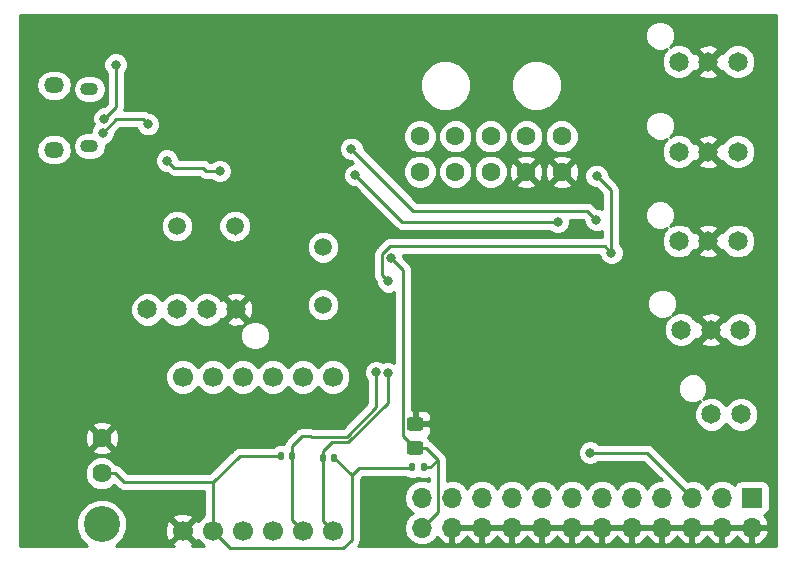
<source format=gbl>
G04 #@! TF.GenerationSoftware,KiCad,Pcbnew,(6.0.7)*
G04 #@! TF.CreationDate,2022-12-18T06:42:30+05:30*
G04 #@! TF.ProjectId,MicrocontrollerPcb,4d696372-6f63-46f6-9e74-726f6c6c6572,rev?*
G04 #@! TF.SameCoordinates,Original*
G04 #@! TF.FileFunction,Copper,L2,Bot*
G04 #@! TF.FilePolarity,Positive*
%FSLAX46Y46*%
G04 Gerber Fmt 4.6, Leading zero omitted, Abs format (unit mm)*
G04 Created by KiCad (PCBNEW (6.0.7)) date 2022-12-18 06:42:30*
%MOMM*%
%LPD*%
G01*
G04 APERTURE LIST*
G04 Aperture macros list*
%AMRoundRect*
0 Rectangle with rounded corners*
0 $1 Rounding radius*
0 $2 $3 $4 $5 $6 $7 $8 $9 X,Y pos of 4 corners*
0 Add a 4 corners polygon primitive as box body*
4,1,4,$2,$3,$4,$5,$6,$7,$8,$9,$2,$3,0*
0 Add four circle primitives for the rounded corners*
1,1,$1+$1,$2,$3*
1,1,$1+$1,$4,$5*
1,1,$1+$1,$6,$7*
1,1,$1+$1,$8,$9*
0 Add four rect primitives between the rounded corners*
20,1,$1+$1,$2,$3,$4,$5,0*
20,1,$1+$1,$4,$5,$6,$7,0*
20,1,$1+$1,$6,$7,$8,$9,0*
20,1,$1+$1,$8,$9,$2,$3,0*%
G04 Aperture macros list end*
G04 #@! TA.AperFunction,ComponentPad*
%ADD10R,1.700000X1.700000*%
G04 #@! TD*
G04 #@! TA.AperFunction,ComponentPad*
%ADD11O,1.700000X1.700000*%
G04 #@! TD*
G04 #@! TA.AperFunction,ComponentPad*
%ADD12C,1.500000*%
G04 #@! TD*
G04 #@! TA.AperFunction,SMDPad,CuDef*
%ADD13RoundRect,0.250000X0.450000X-0.325000X0.450000X0.325000X-0.450000X0.325000X-0.450000X-0.325000X0*%
G04 #@! TD*
G04 #@! TA.AperFunction,ComponentPad*
%ADD14O,1.500000X1.100000*%
G04 #@! TD*
G04 #@! TA.AperFunction,ComponentPad*
%ADD15O,1.700000X1.350000*%
G04 #@! TD*
G04 #@! TA.AperFunction,ComponentPad*
%ADD16C,1.650000*%
G04 #@! TD*
G04 #@! TA.AperFunction,ComponentPad*
%ADD17C,1.605000*%
G04 #@! TD*
G04 #@! TA.AperFunction,ComponentPad*
%ADD18C,1.700000*%
G04 #@! TD*
G04 #@! TA.AperFunction,ComponentPad*
%ADD19C,1.620000*%
G04 #@! TD*
G04 #@! TA.AperFunction,ComponentPad*
%ADD20C,3.050000*%
G04 #@! TD*
G04 #@! TA.AperFunction,SMDPad,CuDef*
%ADD21RoundRect,0.147500X-0.147500X-0.172500X0.147500X-0.172500X0.147500X0.172500X-0.147500X0.172500X0*%
G04 #@! TD*
G04 #@! TA.AperFunction,SMDPad,CuDef*
%ADD22RoundRect,0.147500X0.147500X0.172500X-0.147500X0.172500X-0.147500X-0.172500X0.147500X-0.172500X0*%
G04 #@! TD*
G04 #@! TA.AperFunction,ViaPad*
%ADD23C,0.800000*%
G04 #@! TD*
G04 #@! TA.AperFunction,Conductor*
%ADD24C,0.250000*%
G04 #@! TD*
G04 #@! TA.AperFunction,Conductor*
%ADD25C,0.254000*%
G04 #@! TD*
G04 APERTURE END LIST*
D10*
X206170000Y-106980000D03*
D11*
X206170000Y-109520000D03*
X203630000Y-106980000D03*
X203630000Y-109520000D03*
X201090000Y-106980000D03*
X201090000Y-109520000D03*
X198550000Y-106980000D03*
X198550000Y-109520000D03*
X196010000Y-106980000D03*
X196010000Y-109520000D03*
X193470000Y-106980000D03*
X193470000Y-109520000D03*
X190930000Y-106980000D03*
X190930000Y-109520000D03*
X188390000Y-106980000D03*
X188390000Y-109520000D03*
X185850000Y-106980000D03*
X185850000Y-109520000D03*
X183310000Y-106980000D03*
X183310000Y-109520000D03*
X180770000Y-106980000D03*
X180770000Y-109520000D03*
X178230000Y-106980000D03*
X178230000Y-109520000D03*
D12*
X169850000Y-85760000D03*
X169850000Y-90640000D03*
D13*
X177650000Y-102765000D03*
X177650000Y-100715000D03*
D14*
X150075000Y-72365000D03*
X150075000Y-77205000D03*
D15*
X147075000Y-72055000D03*
X147075000Y-77515000D03*
D12*
X157509857Y-83959115D03*
X162389857Y-83959115D03*
D16*
X200170000Y-92750000D03*
X202670000Y-92750000D03*
X205170000Y-92750000D03*
X204990000Y-85240000D03*
X202490000Y-85240000D03*
X199990000Y-85240000D03*
X199990000Y-70060000D03*
X202490000Y-70060000D03*
X204990000Y-70060000D03*
X204990000Y-77680000D03*
X202490000Y-77680000D03*
X199990000Y-77680000D03*
D17*
X190070000Y-79380000D03*
X187070000Y-79380000D03*
X184070000Y-79380000D03*
X181070000Y-79380000D03*
X178070000Y-79380000D03*
X190070000Y-76380000D03*
X187070000Y-76380000D03*
X184070000Y-76380000D03*
X181070000Y-76380000D03*
X178070000Y-76380000D03*
D18*
X170680000Y-109750000D03*
X168140000Y-109750000D03*
X163060000Y-109750000D03*
X165600000Y-109750000D03*
X157980000Y-109750000D03*
X160520000Y-109750000D03*
X160520000Y-96750000D03*
X157980000Y-96750000D03*
X165600000Y-96750000D03*
X163060000Y-96750000D03*
X168140000Y-96750000D03*
X170680000Y-96750000D03*
D16*
X205250000Y-99910000D03*
X202750000Y-99910000D03*
X155000000Y-91030000D03*
X157500000Y-91030000D03*
X160000000Y-91030000D03*
X162500000Y-91030000D03*
D19*
X151130000Y-104900000D03*
X151130000Y-101900000D03*
D20*
X151130000Y-109220000D03*
D21*
X167255000Y-103410000D03*
X166285000Y-103410000D03*
X177435000Y-104410000D03*
X178405000Y-104410000D03*
D22*
X170830000Y-103590000D03*
X169860000Y-103590000D03*
D23*
X161110000Y-79310000D03*
X194280000Y-86220000D03*
X156640030Y-78421840D03*
X175399448Y-88650552D03*
X193020000Y-79720000D03*
X192470000Y-103160000D03*
X175340000Y-96430000D03*
X174342870Y-96354269D03*
X158580000Y-76070000D03*
X160420000Y-76100000D03*
X160410000Y-74340000D03*
X158470000Y-74350000D03*
X174850000Y-90810000D03*
X175690000Y-84440000D03*
X175620000Y-86650000D03*
X193010000Y-83470000D03*
X172260000Y-77430000D03*
X189725000Y-83630000D03*
X172610000Y-79670000D03*
X151211729Y-76051668D03*
X155050000Y-75350000D03*
X151354339Y-74883753D03*
X152310000Y-70300000D03*
D24*
X166275000Y-103400000D02*
X166285000Y-103410000D01*
X162800000Y-103400000D02*
X166275000Y-103400000D01*
X160530000Y-105670000D02*
X162800000Y-103400000D01*
X160530000Y-108537919D02*
X160530000Y-105670000D01*
X160520000Y-109750000D02*
X160520000Y-108547919D01*
X160520000Y-108547919D02*
X160530000Y-108537919D01*
X172290000Y-105050000D02*
X170830000Y-103590000D01*
X172290000Y-110520000D02*
X172290000Y-105050000D01*
X171570000Y-111240000D02*
X172290000Y-110520000D01*
X160520000Y-109750000D02*
X162010000Y-111240000D01*
X162010000Y-111240000D02*
X171570000Y-111240000D01*
X172910000Y-104430000D02*
X172290000Y-105050000D01*
X177460000Y-104430000D02*
X172910000Y-104430000D01*
X153045512Y-105670000D02*
X160530000Y-105670000D01*
X152275512Y-104900000D02*
X153045512Y-105670000D01*
X151130000Y-104900000D02*
X152275512Y-104900000D01*
X193730010Y-85670010D02*
X194280000Y-86220000D01*
X175526988Y-85670010D02*
X193730010Y-85670010D01*
X174894999Y-86301999D02*
X175526988Y-85670010D01*
X175399448Y-88650552D02*
X174894999Y-88146103D01*
X174894999Y-88146103D02*
X174894999Y-86301999D01*
X194229990Y-80929990D02*
X193020000Y-79720000D01*
X194280000Y-86220000D02*
X194229990Y-86169990D01*
X194229990Y-86169990D02*
X194229990Y-80929990D01*
X197270000Y-103160000D02*
X201090000Y-106980000D01*
X192470000Y-103160000D02*
X197270000Y-103160000D01*
X159950000Y-79310000D02*
X161110000Y-79310000D01*
X159670000Y-79030000D02*
X159950000Y-79310000D01*
X156640030Y-78421840D02*
X157248190Y-79030000D01*
X157248190Y-79030000D02*
X159670000Y-79030000D01*
X175340000Y-96995685D02*
X175330000Y-97005685D01*
X175340000Y-96430000D02*
X175340000Y-96995685D01*
X175330000Y-98956410D02*
X172016410Y-102270000D01*
X175330000Y-97005685D02*
X175330000Y-98956410D01*
X172016410Y-102270000D02*
X170590000Y-102270000D01*
X169860000Y-103000000D02*
X169860000Y-103590000D01*
X170590000Y-102270000D02*
X169860000Y-103000000D01*
X169860000Y-108930000D02*
X170680000Y-109750000D01*
X169860000Y-103590000D02*
X169860000Y-108930000D01*
X167300000Y-103455000D02*
X167255000Y-103410000D01*
X167250000Y-103405000D02*
X167255000Y-103410000D01*
X174342870Y-96354269D02*
X174342870Y-99307130D01*
X171850000Y-101800000D02*
X168865000Y-101800000D01*
X167250000Y-102620000D02*
X167250000Y-103405000D01*
X168865000Y-101800000D02*
X168845000Y-101780000D01*
X168845000Y-101780000D02*
X168090000Y-101780000D01*
X174342870Y-99307130D02*
X171850000Y-101800000D01*
X168090000Y-101780000D02*
X167250000Y-102620000D01*
X167255000Y-108865000D02*
X168140000Y-109750000D01*
X167255000Y-103410000D02*
X167255000Y-108865000D01*
X169710000Y-85620000D02*
X169850000Y-85760000D01*
X169800000Y-90690000D02*
X169850000Y-90640000D01*
X177026628Y-102141628D02*
X177650000Y-102765000D01*
X176624990Y-101739990D02*
X177026628Y-102141628D01*
X176624990Y-87654990D02*
X176624990Y-101739990D01*
X175620000Y-86650000D02*
X176624990Y-87654990D01*
X178585000Y-102765000D02*
X177650000Y-102765000D01*
X179594999Y-103774999D02*
X178585000Y-102765000D01*
X178230000Y-109520000D02*
X179594999Y-108155001D01*
X179594999Y-108155001D02*
X179594999Y-103774999D01*
X178959998Y-104410000D02*
X179594999Y-103774999D01*
X178405000Y-104410000D02*
X178959998Y-104410000D01*
X192200001Y-82660001D02*
X193010000Y-83470000D01*
X172260000Y-77430000D02*
X177490001Y-82660001D01*
X177490001Y-82660001D02*
X192200001Y-82660001D01*
X189725000Y-83630000D02*
X176570000Y-83630000D01*
X176570000Y-83630000D02*
X172610000Y-79670000D01*
X154594980Y-74894980D02*
X155050000Y-75350000D01*
X151211729Y-76051668D02*
X152368417Y-74894980D01*
X152368417Y-74894980D02*
X154594980Y-74894980D01*
X151354339Y-74883753D02*
X152310000Y-73928092D01*
X152310000Y-73928092D02*
X152310000Y-71745000D01*
X152310000Y-71745000D02*
X152310000Y-70300000D01*
X162389857Y-84614115D02*
X162389857Y-83959115D01*
D25*
X208205001Y-111050000D02*
X172849909Y-111050000D01*
X172921095Y-110943463D01*
X173005904Y-110816538D01*
X173030662Y-110692071D01*
X173050000Y-110594852D01*
X173050000Y-110594848D01*
X173064888Y-110520000D01*
X173050000Y-110445152D01*
X173050000Y-105364802D01*
X173224802Y-105190000D01*
X176793328Y-105190000D01*
X176983290Y-105316929D01*
X177287500Y-105377440D01*
X177582500Y-105377440D01*
X177886710Y-105316929D01*
X177920000Y-105294685D01*
X177953290Y-105316929D01*
X178257500Y-105377440D01*
X178552500Y-105377440D01*
X178835000Y-105321247D01*
X178835000Y-105598254D01*
X178809418Y-105581161D01*
X178376256Y-105495000D01*
X178083744Y-105495000D01*
X177650582Y-105581161D01*
X177159375Y-105909375D01*
X176831161Y-106400582D01*
X176715908Y-106980000D01*
X176831161Y-107559418D01*
X177159375Y-108050625D01*
X177457761Y-108250000D01*
X177159375Y-108449375D01*
X176831161Y-108940582D01*
X176715908Y-109520000D01*
X176831161Y-110099418D01*
X177159375Y-110590625D01*
X177650582Y-110918839D01*
X178083744Y-111005000D01*
X178376256Y-111005000D01*
X178809418Y-110918839D01*
X179300625Y-110590625D01*
X179513843Y-110271522D01*
X179574817Y-110401358D01*
X180003076Y-110791645D01*
X180413110Y-110961476D01*
X180643000Y-110840155D01*
X180643000Y-109647000D01*
X180897000Y-109647000D01*
X180897000Y-110840155D01*
X181126890Y-110961476D01*
X181536924Y-110791645D01*
X181965183Y-110401358D01*
X182040000Y-110242046D01*
X182114817Y-110401358D01*
X182543076Y-110791645D01*
X182953110Y-110961476D01*
X183183000Y-110840155D01*
X183183000Y-109647000D01*
X183437000Y-109647000D01*
X183437000Y-110840155D01*
X183666890Y-110961476D01*
X184076924Y-110791645D01*
X184505183Y-110401358D01*
X184580000Y-110242046D01*
X184654817Y-110401358D01*
X185083076Y-110791645D01*
X185493110Y-110961476D01*
X185723000Y-110840155D01*
X185723000Y-109647000D01*
X185977000Y-109647000D01*
X185977000Y-110840155D01*
X186206890Y-110961476D01*
X186616924Y-110791645D01*
X187045183Y-110401358D01*
X187120000Y-110242046D01*
X187194817Y-110401358D01*
X187623076Y-110791645D01*
X188033110Y-110961476D01*
X188263000Y-110840155D01*
X188263000Y-109647000D01*
X188517000Y-109647000D01*
X188517000Y-110840155D01*
X188746890Y-110961476D01*
X189156924Y-110791645D01*
X189585183Y-110401358D01*
X189660000Y-110242046D01*
X189734817Y-110401358D01*
X190163076Y-110791645D01*
X190573110Y-110961476D01*
X190803000Y-110840155D01*
X190803000Y-109647000D01*
X191057000Y-109647000D01*
X191057000Y-110840155D01*
X191286890Y-110961476D01*
X191696924Y-110791645D01*
X192125183Y-110401358D01*
X192200000Y-110242046D01*
X192274817Y-110401358D01*
X192703076Y-110791645D01*
X193113110Y-110961476D01*
X193343000Y-110840155D01*
X193343000Y-109647000D01*
X193597000Y-109647000D01*
X193597000Y-110840155D01*
X193826890Y-110961476D01*
X194236924Y-110791645D01*
X194665183Y-110401358D01*
X194740000Y-110242046D01*
X194814817Y-110401358D01*
X195243076Y-110791645D01*
X195653110Y-110961476D01*
X195883000Y-110840155D01*
X195883000Y-109647000D01*
X196137000Y-109647000D01*
X196137000Y-110840155D01*
X196366890Y-110961476D01*
X196776924Y-110791645D01*
X197205183Y-110401358D01*
X197280000Y-110242046D01*
X197354817Y-110401358D01*
X197783076Y-110791645D01*
X198193110Y-110961476D01*
X198423000Y-110840155D01*
X198423000Y-109647000D01*
X198677000Y-109647000D01*
X198677000Y-110840155D01*
X198906890Y-110961476D01*
X199316924Y-110791645D01*
X199745183Y-110401358D01*
X199820000Y-110242046D01*
X199894817Y-110401358D01*
X200323076Y-110791645D01*
X200733110Y-110961476D01*
X200963000Y-110840155D01*
X200963000Y-109647000D01*
X201217000Y-109647000D01*
X201217000Y-110840155D01*
X201446890Y-110961476D01*
X201856924Y-110791645D01*
X202285183Y-110401358D01*
X202360000Y-110242046D01*
X202434817Y-110401358D01*
X202863076Y-110791645D01*
X203273110Y-110961476D01*
X203503000Y-110840155D01*
X203503000Y-109647000D01*
X203757000Y-109647000D01*
X203757000Y-110840155D01*
X203986890Y-110961476D01*
X204396924Y-110791645D01*
X204825183Y-110401358D01*
X204900000Y-110242046D01*
X204974817Y-110401358D01*
X205403076Y-110791645D01*
X205813110Y-110961476D01*
X206043000Y-110840155D01*
X206043000Y-109647000D01*
X206297000Y-109647000D01*
X206297000Y-110840155D01*
X206526890Y-110961476D01*
X206936924Y-110791645D01*
X207365183Y-110401358D01*
X207611486Y-109876892D01*
X207490819Y-109647000D01*
X206297000Y-109647000D01*
X206043000Y-109647000D01*
X203757000Y-109647000D01*
X203503000Y-109647000D01*
X201217000Y-109647000D01*
X200963000Y-109647000D01*
X198677000Y-109647000D01*
X198423000Y-109647000D01*
X196137000Y-109647000D01*
X195883000Y-109647000D01*
X193597000Y-109647000D01*
X193343000Y-109647000D01*
X191057000Y-109647000D01*
X190803000Y-109647000D01*
X188517000Y-109647000D01*
X188263000Y-109647000D01*
X185977000Y-109647000D01*
X185723000Y-109647000D01*
X183437000Y-109647000D01*
X183183000Y-109647000D01*
X180897000Y-109647000D01*
X180643000Y-109647000D01*
X180623000Y-109647000D01*
X180623000Y-109393000D01*
X180643000Y-109393000D01*
X180643000Y-109373000D01*
X180897000Y-109373000D01*
X180897000Y-109393000D01*
X183183000Y-109393000D01*
X183183000Y-109373000D01*
X183437000Y-109373000D01*
X183437000Y-109393000D01*
X185723000Y-109393000D01*
X185723000Y-109373000D01*
X185977000Y-109373000D01*
X185977000Y-109393000D01*
X188263000Y-109393000D01*
X188263000Y-109373000D01*
X188517000Y-109373000D01*
X188517000Y-109393000D01*
X190803000Y-109393000D01*
X190803000Y-109373000D01*
X191057000Y-109373000D01*
X191057000Y-109393000D01*
X193343000Y-109393000D01*
X193343000Y-109373000D01*
X193597000Y-109373000D01*
X193597000Y-109393000D01*
X195883000Y-109393000D01*
X195883000Y-109373000D01*
X196137000Y-109373000D01*
X196137000Y-109393000D01*
X198423000Y-109393000D01*
X198423000Y-109373000D01*
X198677000Y-109373000D01*
X198677000Y-109393000D01*
X200963000Y-109393000D01*
X200963000Y-109373000D01*
X201217000Y-109373000D01*
X201217000Y-109393000D01*
X203503000Y-109393000D01*
X203503000Y-109373000D01*
X203757000Y-109373000D01*
X203757000Y-109393000D01*
X206043000Y-109393000D01*
X206043000Y-109373000D01*
X206297000Y-109373000D01*
X206297000Y-109393000D01*
X207490819Y-109393000D01*
X207611486Y-109163108D01*
X207365183Y-108638642D01*
X207158145Y-108449961D01*
X207267765Y-108428157D01*
X207477809Y-108287809D01*
X207618157Y-108077765D01*
X207667440Y-107830000D01*
X207667440Y-106130000D01*
X207618157Y-105882235D01*
X207477809Y-105672191D01*
X207267765Y-105531843D01*
X207020000Y-105482560D01*
X205320000Y-105482560D01*
X205072235Y-105531843D01*
X204862191Y-105672191D01*
X204721843Y-105882235D01*
X204712816Y-105927619D01*
X204700625Y-105909375D01*
X204209418Y-105581161D01*
X203776256Y-105495000D01*
X203483744Y-105495000D01*
X203050582Y-105581161D01*
X202559375Y-105909375D01*
X202360000Y-106207761D01*
X202160625Y-105909375D01*
X201669418Y-105581161D01*
X201236256Y-105495000D01*
X200943744Y-105495000D01*
X200723592Y-105538791D01*
X197860331Y-102675530D01*
X197817929Y-102612071D01*
X197566537Y-102444096D01*
X197344852Y-102400000D01*
X197344847Y-102400000D01*
X197270000Y-102385112D01*
X197195153Y-102400000D01*
X193173711Y-102400000D01*
X193056280Y-102282569D01*
X192675874Y-102125000D01*
X192264126Y-102125000D01*
X191883720Y-102282569D01*
X191592569Y-102573720D01*
X191435000Y-102954126D01*
X191435000Y-103365874D01*
X191592569Y-103746280D01*
X191883720Y-104037431D01*
X192264126Y-104195000D01*
X192675874Y-104195000D01*
X193056280Y-104037431D01*
X193173711Y-103920000D01*
X196955199Y-103920000D01*
X198530199Y-105495000D01*
X198403744Y-105495000D01*
X197970582Y-105581161D01*
X197479375Y-105909375D01*
X197280000Y-106207761D01*
X197080625Y-105909375D01*
X196589418Y-105581161D01*
X196156256Y-105495000D01*
X195863744Y-105495000D01*
X195430582Y-105581161D01*
X194939375Y-105909375D01*
X194740000Y-106207761D01*
X194540625Y-105909375D01*
X194049418Y-105581161D01*
X193616256Y-105495000D01*
X193323744Y-105495000D01*
X192890582Y-105581161D01*
X192399375Y-105909375D01*
X192200000Y-106207761D01*
X192000625Y-105909375D01*
X191509418Y-105581161D01*
X191076256Y-105495000D01*
X190783744Y-105495000D01*
X190350582Y-105581161D01*
X189859375Y-105909375D01*
X189660000Y-106207761D01*
X189460625Y-105909375D01*
X188969418Y-105581161D01*
X188536256Y-105495000D01*
X188243744Y-105495000D01*
X187810582Y-105581161D01*
X187319375Y-105909375D01*
X187120000Y-106207761D01*
X186920625Y-105909375D01*
X186429418Y-105581161D01*
X185996256Y-105495000D01*
X185703744Y-105495000D01*
X185270582Y-105581161D01*
X184779375Y-105909375D01*
X184580000Y-106207761D01*
X184380625Y-105909375D01*
X183889418Y-105581161D01*
X183456256Y-105495000D01*
X183163744Y-105495000D01*
X182730582Y-105581161D01*
X182239375Y-105909375D01*
X182040000Y-106207761D01*
X181840625Y-105909375D01*
X181349418Y-105581161D01*
X180916256Y-105495000D01*
X180623744Y-105495000D01*
X180354999Y-105548457D01*
X180354999Y-103849847D01*
X180369887Y-103775000D01*
X180364175Y-103746280D01*
X180354999Y-103700151D01*
X180354999Y-103700147D01*
X180310903Y-103478462D01*
X180142928Y-103227070D01*
X180079472Y-103184670D01*
X179175331Y-102280530D01*
X179132929Y-102217071D01*
X178910212Y-102068256D01*
X178734586Y-101805414D01*
X178733403Y-101804623D01*
X178888327Y-101649698D01*
X178985000Y-101416309D01*
X178985000Y-101000750D01*
X178826250Y-100842000D01*
X177777000Y-100842000D01*
X177777000Y-100862000D01*
X177523000Y-100862000D01*
X177523000Y-100842000D01*
X177503000Y-100842000D01*
X177503000Y-100588000D01*
X177523000Y-100588000D01*
X177523000Y-99663750D01*
X177777000Y-99663750D01*
X177777000Y-100588000D01*
X178826250Y-100588000D01*
X178985000Y-100429250D01*
X178985000Y-100013691D01*
X178888327Y-99780302D01*
X178709699Y-99601673D01*
X178476310Y-99505000D01*
X177935750Y-99505000D01*
X177777000Y-99663750D01*
X177523000Y-99663750D01*
X177384990Y-99525740D01*
X177384990Y-97459370D01*
X199890000Y-97459370D01*
X199890000Y-97960630D01*
X200081823Y-98423733D01*
X200436267Y-98778177D01*
X200899370Y-98970000D01*
X201400630Y-98970000D01*
X201784076Y-98811172D01*
X201512272Y-99082976D01*
X201290000Y-99619588D01*
X201290000Y-100200412D01*
X201512272Y-100737024D01*
X201922976Y-101147728D01*
X202459588Y-101370000D01*
X203040412Y-101370000D01*
X203577024Y-101147728D01*
X203987728Y-100737024D01*
X204000000Y-100707397D01*
X204012272Y-100737024D01*
X204422976Y-101147728D01*
X204959588Y-101370000D01*
X205540412Y-101370000D01*
X206077024Y-101147728D01*
X206487728Y-100737024D01*
X206710000Y-100200412D01*
X206710000Y-99619588D01*
X206487728Y-99082976D01*
X206077024Y-98672272D01*
X205540412Y-98450000D01*
X204959588Y-98450000D01*
X204422976Y-98672272D01*
X204012272Y-99082976D01*
X204000000Y-99112603D01*
X203987728Y-99082976D01*
X203577024Y-98672272D01*
X203040412Y-98450000D01*
X202459588Y-98450000D01*
X202002633Y-98639277D01*
X202218177Y-98423733D01*
X202410000Y-97960630D01*
X202410000Y-97459370D01*
X202218177Y-96996267D01*
X201863733Y-96641823D01*
X201400630Y-96450000D01*
X200899370Y-96450000D01*
X200436267Y-96641823D01*
X200081823Y-96996267D01*
X199890000Y-97459370D01*
X177384990Y-97459370D01*
X177384990Y-90299370D01*
X197310000Y-90299370D01*
X197310000Y-90800630D01*
X197501823Y-91263733D01*
X197856267Y-91618177D01*
X198319370Y-91810000D01*
X198820630Y-91810000D01*
X199204076Y-91651172D01*
X198932272Y-91922976D01*
X198710000Y-92459588D01*
X198710000Y-93040412D01*
X198932272Y-93577024D01*
X199342976Y-93987728D01*
X199879588Y-94210000D01*
X200460412Y-94210000D01*
X200997024Y-93987728D01*
X201208899Y-93775853D01*
X201823752Y-93775853D01*
X201900956Y-94024563D01*
X202447250Y-94221843D01*
X203027456Y-94195048D01*
X203439044Y-94024563D01*
X203516248Y-93775853D01*
X202670000Y-92929605D01*
X201823752Y-93775853D01*
X201208899Y-93775853D01*
X201407728Y-93577024D01*
X201427608Y-93529030D01*
X201644147Y-93596248D01*
X202490395Y-92750000D01*
X202849605Y-92750000D01*
X203695853Y-93596248D01*
X203912392Y-93529030D01*
X203932272Y-93577024D01*
X204342976Y-93987728D01*
X204879588Y-94210000D01*
X205460412Y-94210000D01*
X205997024Y-93987728D01*
X206407728Y-93577024D01*
X206630000Y-93040412D01*
X206630000Y-92459588D01*
X206407728Y-91922976D01*
X205997024Y-91512272D01*
X205460412Y-91290000D01*
X204879588Y-91290000D01*
X204342976Y-91512272D01*
X203932272Y-91922976D01*
X203912392Y-91970970D01*
X203695853Y-91903752D01*
X202849605Y-92750000D01*
X202490395Y-92750000D01*
X201644147Y-91903752D01*
X201427608Y-91970970D01*
X201407728Y-91922976D01*
X201208899Y-91724147D01*
X201823752Y-91724147D01*
X202670000Y-92570395D01*
X203516248Y-91724147D01*
X203439044Y-91475437D01*
X202892750Y-91278157D01*
X202312544Y-91304952D01*
X201900956Y-91475437D01*
X201823752Y-91724147D01*
X201208899Y-91724147D01*
X200997024Y-91512272D01*
X200460412Y-91290000D01*
X199879588Y-91290000D01*
X199422633Y-91479277D01*
X199638177Y-91263733D01*
X199830000Y-90800630D01*
X199830000Y-90299370D01*
X199638177Y-89836267D01*
X199283733Y-89481823D01*
X198820630Y-89290000D01*
X198319370Y-89290000D01*
X197856267Y-89481823D01*
X197501823Y-89836267D01*
X197310000Y-90299370D01*
X177384990Y-90299370D01*
X177384990Y-87729836D01*
X177399878Y-87654989D01*
X177384990Y-87580142D01*
X177384990Y-87580138D01*
X177340894Y-87358453D01*
X177271769Y-87255000D01*
X177215319Y-87170516D01*
X177215317Y-87170514D01*
X177172919Y-87107061D01*
X177109466Y-87064663D01*
X176655000Y-86610198D01*
X176655000Y-86444126D01*
X176649153Y-86430010D01*
X193246713Y-86430010D01*
X193402569Y-86806280D01*
X193693720Y-87097431D01*
X194074126Y-87255000D01*
X194485874Y-87255000D01*
X194866280Y-87097431D01*
X195157431Y-86806280D01*
X195315000Y-86425874D01*
X195315000Y-86014126D01*
X195157431Y-85633720D01*
X194989990Y-85466279D01*
X194989990Y-82789370D01*
X197130000Y-82789370D01*
X197130000Y-83290630D01*
X197321823Y-83753733D01*
X197676267Y-84108177D01*
X198139370Y-84300000D01*
X198640630Y-84300000D01*
X199024076Y-84141172D01*
X198752272Y-84412976D01*
X198530000Y-84949588D01*
X198530000Y-85530412D01*
X198752272Y-86067024D01*
X199162976Y-86477728D01*
X199699588Y-86700000D01*
X200280412Y-86700000D01*
X200817024Y-86477728D01*
X201028899Y-86265853D01*
X201643752Y-86265853D01*
X201720956Y-86514563D01*
X202267250Y-86711843D01*
X202847456Y-86685048D01*
X203259044Y-86514563D01*
X203336248Y-86265853D01*
X202490000Y-85419605D01*
X201643752Y-86265853D01*
X201028899Y-86265853D01*
X201227728Y-86067024D01*
X201247608Y-86019030D01*
X201464147Y-86086248D01*
X202310395Y-85240000D01*
X202669605Y-85240000D01*
X203515853Y-86086248D01*
X203732392Y-86019030D01*
X203752272Y-86067024D01*
X204162976Y-86477728D01*
X204699588Y-86700000D01*
X205280412Y-86700000D01*
X205817024Y-86477728D01*
X206227728Y-86067024D01*
X206450000Y-85530412D01*
X206450000Y-84949588D01*
X206227728Y-84412976D01*
X205817024Y-84002272D01*
X205280412Y-83780000D01*
X204699588Y-83780000D01*
X204162976Y-84002272D01*
X203752272Y-84412976D01*
X203732392Y-84460970D01*
X203515853Y-84393752D01*
X202669605Y-85240000D01*
X202310395Y-85240000D01*
X201464147Y-84393752D01*
X201247608Y-84460970D01*
X201227728Y-84412976D01*
X201028899Y-84214147D01*
X201643752Y-84214147D01*
X202490000Y-85060395D01*
X203336248Y-84214147D01*
X203259044Y-83965437D01*
X202712750Y-83768157D01*
X202132544Y-83794952D01*
X201720956Y-83965437D01*
X201643752Y-84214147D01*
X201028899Y-84214147D01*
X200817024Y-84002272D01*
X200280412Y-83780000D01*
X199699588Y-83780000D01*
X199242633Y-83969277D01*
X199458177Y-83753733D01*
X199650000Y-83290630D01*
X199650000Y-82789370D01*
X199458177Y-82326267D01*
X199103733Y-81971823D01*
X198640630Y-81780000D01*
X198139370Y-81780000D01*
X197676267Y-81971823D01*
X197321823Y-82326267D01*
X197130000Y-82789370D01*
X194989990Y-82789370D01*
X194989990Y-81004836D01*
X195004878Y-80929989D01*
X194989990Y-80855142D01*
X194989990Y-80855138D01*
X194945894Y-80633453D01*
X194777919Y-80382061D01*
X194714463Y-80339661D01*
X194055000Y-79680199D01*
X194055000Y-79514126D01*
X193897431Y-79133720D01*
X193606280Y-78842569D01*
X193225874Y-78685000D01*
X192814126Y-78685000D01*
X192433720Y-78842569D01*
X192142569Y-79133720D01*
X191985000Y-79514126D01*
X191985000Y-79925874D01*
X192142569Y-80306280D01*
X192433720Y-80597431D01*
X192814126Y-80755000D01*
X192980199Y-80755000D01*
X193469991Y-81244793D01*
X193469991Y-82540258D01*
X193215874Y-82435000D01*
X193049801Y-82435000D01*
X192790332Y-82175531D01*
X192747930Y-82112072D01*
X192496538Y-81944097D01*
X192274853Y-81900001D01*
X192274848Y-81900001D01*
X192200001Y-81885113D01*
X192125154Y-81900001D01*
X177804804Y-81900001D01*
X174998866Y-79094064D01*
X176632500Y-79094064D01*
X176632500Y-79665936D01*
X176851347Y-80194278D01*
X177255722Y-80598653D01*
X177784064Y-80817500D01*
X178355936Y-80817500D01*
X178884278Y-80598653D01*
X179288653Y-80194278D01*
X179507500Y-79665936D01*
X179507500Y-79094064D01*
X179632500Y-79094064D01*
X179632500Y-79665936D01*
X179851347Y-80194278D01*
X180255722Y-80598653D01*
X180784064Y-80817500D01*
X181355936Y-80817500D01*
X181884278Y-80598653D01*
X182288653Y-80194278D01*
X182507500Y-79665936D01*
X182507500Y-79094064D01*
X182632500Y-79094064D01*
X182632500Y-79665936D01*
X182851347Y-80194278D01*
X183255722Y-80598653D01*
X183784064Y-80817500D01*
X184355936Y-80817500D01*
X184884278Y-80598653D01*
X185093376Y-80389555D01*
X186240050Y-80389555D01*
X186314491Y-80635934D01*
X186852626Y-80829452D01*
X187423854Y-80802305D01*
X187825509Y-80635934D01*
X187899950Y-80389555D01*
X189240050Y-80389555D01*
X189314491Y-80635934D01*
X189852626Y-80829452D01*
X190423854Y-80802305D01*
X190825509Y-80635934D01*
X190899950Y-80389555D01*
X190070000Y-79559605D01*
X189240050Y-80389555D01*
X187899950Y-80389555D01*
X187070000Y-79559605D01*
X186240050Y-80389555D01*
X185093376Y-80389555D01*
X185288653Y-80194278D01*
X185507500Y-79665936D01*
X185507500Y-79162626D01*
X185620548Y-79162626D01*
X185647695Y-79733854D01*
X185814066Y-80135509D01*
X186060445Y-80209950D01*
X186890395Y-79380000D01*
X187249605Y-79380000D01*
X188079555Y-80209950D01*
X188325934Y-80135509D01*
X188519452Y-79597374D01*
X188498792Y-79162626D01*
X188620548Y-79162626D01*
X188647695Y-79733854D01*
X188814066Y-80135509D01*
X189060445Y-80209950D01*
X189890395Y-79380000D01*
X190249605Y-79380000D01*
X191079555Y-80209950D01*
X191325934Y-80135509D01*
X191519452Y-79597374D01*
X191492305Y-79026146D01*
X191325934Y-78624491D01*
X191079555Y-78550050D01*
X190249605Y-79380000D01*
X189890395Y-79380000D01*
X189060445Y-78550050D01*
X188814066Y-78624491D01*
X188620548Y-79162626D01*
X188498792Y-79162626D01*
X188492305Y-79026146D01*
X188325934Y-78624491D01*
X188079555Y-78550050D01*
X187249605Y-79380000D01*
X186890395Y-79380000D01*
X186060445Y-78550050D01*
X185814066Y-78624491D01*
X185620548Y-79162626D01*
X185507500Y-79162626D01*
X185507500Y-79094064D01*
X185288653Y-78565722D01*
X185093376Y-78370445D01*
X186240050Y-78370445D01*
X187070000Y-79200395D01*
X187899950Y-78370445D01*
X189240050Y-78370445D01*
X190070000Y-79200395D01*
X190899950Y-78370445D01*
X190825509Y-78124066D01*
X190287374Y-77930548D01*
X189716146Y-77957695D01*
X189314491Y-78124066D01*
X189240050Y-78370445D01*
X187899950Y-78370445D01*
X187825509Y-78124066D01*
X187287374Y-77930548D01*
X186716146Y-77957695D01*
X186314491Y-78124066D01*
X186240050Y-78370445D01*
X185093376Y-78370445D01*
X184884278Y-78161347D01*
X184355936Y-77942500D01*
X183784064Y-77942500D01*
X183255722Y-78161347D01*
X182851347Y-78565722D01*
X182632500Y-79094064D01*
X182507500Y-79094064D01*
X182288653Y-78565722D01*
X181884278Y-78161347D01*
X181355936Y-77942500D01*
X180784064Y-77942500D01*
X180255722Y-78161347D01*
X179851347Y-78565722D01*
X179632500Y-79094064D01*
X179507500Y-79094064D01*
X179288653Y-78565722D01*
X178884278Y-78161347D01*
X178355936Y-77942500D01*
X177784064Y-77942500D01*
X177255722Y-78161347D01*
X176851347Y-78565722D01*
X176632500Y-79094064D01*
X174998866Y-79094064D01*
X173295000Y-77390199D01*
X173295000Y-77224126D01*
X173137431Y-76843720D01*
X172846280Y-76552569D01*
X172465874Y-76395000D01*
X172054126Y-76395000D01*
X171673720Y-76552569D01*
X171382569Y-76843720D01*
X171225000Y-77224126D01*
X171225000Y-77635874D01*
X171382569Y-78016280D01*
X171673720Y-78307431D01*
X172054126Y-78465000D01*
X172220199Y-78465000D01*
X172394278Y-78639079D01*
X172023720Y-78792569D01*
X171732569Y-79083720D01*
X171575000Y-79464126D01*
X171575000Y-79875874D01*
X171732569Y-80256280D01*
X172023720Y-80547431D01*
X172404126Y-80705000D01*
X172570199Y-80705000D01*
X175979671Y-84114473D01*
X176022071Y-84177929D01*
X176085527Y-84220329D01*
X176273462Y-84345904D01*
X176321605Y-84355480D01*
X176495148Y-84390000D01*
X176495152Y-84390000D01*
X176570000Y-84404888D01*
X176644848Y-84390000D01*
X189021289Y-84390000D01*
X189138720Y-84507431D01*
X189519126Y-84665000D01*
X189930874Y-84665000D01*
X190311280Y-84507431D01*
X190602431Y-84216280D01*
X190760000Y-83835874D01*
X190760000Y-83424126D01*
X190758291Y-83420001D01*
X191885200Y-83420001D01*
X191975000Y-83509801D01*
X191975000Y-83675874D01*
X192132569Y-84056280D01*
X192423720Y-84347431D01*
X192804126Y-84505000D01*
X193215874Y-84505000D01*
X193469990Y-84399742D01*
X193469990Y-84910010D01*
X175601834Y-84910010D01*
X175526987Y-84895122D01*
X175452140Y-84910010D01*
X175452136Y-84910010D01*
X175230451Y-84954106D01*
X175230449Y-84954107D01*
X175230450Y-84954107D01*
X175042514Y-85079681D01*
X175042512Y-85079683D01*
X174979059Y-85122081D01*
X174936660Y-85185535D01*
X174410526Y-85711671D01*
X174347071Y-85754070D01*
X174304671Y-85817526D01*
X174304670Y-85817527D01*
X174179096Y-86005462D01*
X174120111Y-86301999D01*
X174135000Y-86376851D01*
X174134999Y-88071256D01*
X174120111Y-88146103D01*
X174134999Y-88220950D01*
X174134999Y-88220954D01*
X174179095Y-88442639D01*
X174347070Y-88694032D01*
X174364448Y-88705644D01*
X174364448Y-88856426D01*
X174522017Y-89236832D01*
X174813168Y-89527983D01*
X175193574Y-89685552D01*
X175605322Y-89685552D01*
X175864990Y-89577994D01*
X175864991Y-95527182D01*
X175545874Y-95395000D01*
X175134126Y-95395000D01*
X174931318Y-95479006D01*
X174929150Y-95476838D01*
X174548744Y-95319269D01*
X174136996Y-95319269D01*
X173756590Y-95476838D01*
X173465439Y-95767989D01*
X173307870Y-96148395D01*
X173307870Y-96560143D01*
X173465439Y-96940549D01*
X173582870Y-97057980D01*
X173582871Y-98992327D01*
X171535199Y-101040000D01*
X169020399Y-101040000D01*
X168919852Y-101020000D01*
X168919847Y-101020000D01*
X168845000Y-101005112D01*
X168770153Y-101020000D01*
X168164846Y-101020000D01*
X168089999Y-101005112D01*
X168015152Y-101020000D01*
X168015148Y-101020000D01*
X167793463Y-101064096D01*
X167763531Y-101084096D01*
X167605526Y-101189671D01*
X167605524Y-101189673D01*
X167542071Y-101232071D01*
X167499673Y-101295525D01*
X166765529Y-102029669D01*
X166702071Y-102072071D01*
X166534096Y-102323464D01*
X166507441Y-102457467D01*
X166432500Y-102442560D01*
X166137500Y-102442560D01*
X165833290Y-102503071D01*
X165628362Y-102640000D01*
X162874848Y-102640000D01*
X162800000Y-102625112D01*
X162725152Y-102640000D01*
X162725148Y-102640000D01*
X162551605Y-102674520D01*
X162503462Y-102684096D01*
X162316418Y-102809076D01*
X162252071Y-102852071D01*
X162209671Y-102915527D01*
X160215199Y-104910000D01*
X153360314Y-104910000D01*
X152865843Y-104415529D01*
X152823441Y-104352071D01*
X152572049Y-104184096D01*
X152381849Y-104146263D01*
X152355012Y-104081473D01*
X151948527Y-103674988D01*
X151417428Y-103455000D01*
X150842572Y-103455000D01*
X150311473Y-103674988D01*
X149904988Y-104081473D01*
X149685000Y-104612572D01*
X149685000Y-105187428D01*
X149904988Y-105718527D01*
X150311473Y-106125012D01*
X150842572Y-106345000D01*
X151417428Y-106345000D01*
X151948527Y-106125012D01*
X152187124Y-105886415D01*
X152455185Y-106154475D01*
X152497583Y-106217929D01*
X152561036Y-106260327D01*
X152561038Y-106260329D01*
X152686414Y-106344102D01*
X152748975Y-106385904D01*
X152970660Y-106430000D01*
X152970664Y-106430000D01*
X153045511Y-106444888D01*
X153120358Y-106430000D01*
X159770001Y-106430000D01*
X159770000Y-108422799D01*
X159763386Y-108456047D01*
X159678815Y-108491078D01*
X159261078Y-108908815D01*
X159241845Y-108955247D01*
X159023958Y-108885647D01*
X158159605Y-109750000D01*
X159023958Y-110614353D01*
X159241845Y-110544753D01*
X159261078Y-110591185D01*
X159678815Y-111008922D01*
X159777986Y-111050000D01*
X158752634Y-111050000D01*
X158764080Y-111045259D01*
X158844353Y-110793958D01*
X157980000Y-109929605D01*
X157115647Y-110793958D01*
X157195920Y-111045259D01*
X157208989Y-111050000D01*
X152354702Y-111050000D01*
X152961160Y-110443542D01*
X153290000Y-109649651D01*
X153290000Y-109521279D01*
X156483282Y-109521279D01*
X156509685Y-110111458D01*
X156684741Y-110534080D01*
X156936042Y-110614353D01*
X157800395Y-109750000D01*
X156936042Y-108885647D01*
X156684741Y-108965920D01*
X156483282Y-109521279D01*
X153290000Y-109521279D01*
X153290000Y-108790349D01*
X153255079Y-108706042D01*
X157115647Y-108706042D01*
X157980000Y-109570395D01*
X158844353Y-108706042D01*
X158764080Y-108454741D01*
X158208721Y-108253282D01*
X157618542Y-108279685D01*
X157195920Y-108454741D01*
X157115647Y-108706042D01*
X153255079Y-108706042D01*
X152961160Y-107996458D01*
X152353542Y-107388840D01*
X151559651Y-107060000D01*
X150700349Y-107060000D01*
X149906458Y-107388840D01*
X149298840Y-107996458D01*
X148970000Y-108790349D01*
X148970000Y-109649651D01*
X149298840Y-110443542D01*
X149905298Y-111050000D01*
X144245000Y-111050000D01*
X144245000Y-102914988D01*
X150294617Y-102914988D01*
X150369980Y-103162144D01*
X150910834Y-103356916D01*
X151485055Y-103329886D01*
X151890020Y-103162144D01*
X151965383Y-102914988D01*
X151130000Y-102079605D01*
X150294617Y-102914988D01*
X144245000Y-102914988D01*
X144245000Y-101680834D01*
X149673084Y-101680834D01*
X149700114Y-102255055D01*
X149867856Y-102660020D01*
X150115012Y-102735383D01*
X150950395Y-101900000D01*
X151309605Y-101900000D01*
X152144988Y-102735383D01*
X152392144Y-102660020D01*
X152586916Y-102119166D01*
X152559886Y-101544945D01*
X152392144Y-101139980D01*
X152144988Y-101064617D01*
X151309605Y-101900000D01*
X150950395Y-101900000D01*
X150115012Y-101064617D01*
X149867856Y-101139980D01*
X149673084Y-101680834D01*
X144245000Y-101680834D01*
X144245000Y-100885012D01*
X150294617Y-100885012D01*
X151130000Y-101720395D01*
X151965383Y-100885012D01*
X151890020Y-100637856D01*
X151349166Y-100443084D01*
X150774945Y-100470114D01*
X150369980Y-100637856D01*
X150294617Y-100885012D01*
X144245000Y-100885012D01*
X144245000Y-96454615D01*
X156495000Y-96454615D01*
X156495000Y-97045385D01*
X156721078Y-97591185D01*
X157138815Y-98008922D01*
X157684615Y-98235000D01*
X158275385Y-98235000D01*
X158821185Y-98008922D01*
X159238922Y-97591185D01*
X159250000Y-97564440D01*
X159261078Y-97591185D01*
X159678815Y-98008922D01*
X160224615Y-98235000D01*
X160815385Y-98235000D01*
X161361185Y-98008922D01*
X161778922Y-97591185D01*
X161790000Y-97564440D01*
X161801078Y-97591185D01*
X162218815Y-98008922D01*
X162764615Y-98235000D01*
X163355385Y-98235000D01*
X163901185Y-98008922D01*
X164318922Y-97591185D01*
X164330000Y-97564440D01*
X164341078Y-97591185D01*
X164758815Y-98008922D01*
X165304615Y-98235000D01*
X165895385Y-98235000D01*
X166441185Y-98008922D01*
X166858922Y-97591185D01*
X166870000Y-97564440D01*
X166881078Y-97591185D01*
X167298815Y-98008922D01*
X167844615Y-98235000D01*
X168435385Y-98235000D01*
X168981185Y-98008922D01*
X169398922Y-97591185D01*
X169410000Y-97564440D01*
X169421078Y-97591185D01*
X169838815Y-98008922D01*
X170384615Y-98235000D01*
X170975385Y-98235000D01*
X171521185Y-98008922D01*
X171938922Y-97591185D01*
X172165000Y-97045385D01*
X172165000Y-96454615D01*
X171938922Y-95908815D01*
X171521185Y-95491078D01*
X170975385Y-95265000D01*
X170384615Y-95265000D01*
X169838815Y-95491078D01*
X169421078Y-95908815D01*
X169410000Y-95935560D01*
X169398922Y-95908815D01*
X168981185Y-95491078D01*
X168435385Y-95265000D01*
X167844615Y-95265000D01*
X167298815Y-95491078D01*
X166881078Y-95908815D01*
X166870000Y-95935560D01*
X166858922Y-95908815D01*
X166441185Y-95491078D01*
X165895385Y-95265000D01*
X165304615Y-95265000D01*
X164758815Y-95491078D01*
X164341078Y-95908815D01*
X164330000Y-95935560D01*
X164318922Y-95908815D01*
X163901185Y-95491078D01*
X163355385Y-95265000D01*
X162764615Y-95265000D01*
X162218815Y-95491078D01*
X161801078Y-95908815D01*
X161790000Y-95935560D01*
X161778922Y-95908815D01*
X161361185Y-95491078D01*
X160815385Y-95265000D01*
X160224615Y-95265000D01*
X159678815Y-95491078D01*
X159261078Y-95908815D01*
X159250000Y-95935560D01*
X159238922Y-95908815D01*
X158821185Y-95491078D01*
X158275385Y-95265000D01*
X157684615Y-95265000D01*
X157138815Y-95491078D01*
X156721078Y-95908815D01*
X156495000Y-96454615D01*
X144245000Y-96454615D01*
X144245000Y-90739588D01*
X153540000Y-90739588D01*
X153540000Y-91320412D01*
X153762272Y-91857024D01*
X154172976Y-92267728D01*
X154709588Y-92490000D01*
X155290412Y-92490000D01*
X155827024Y-92267728D01*
X156237728Y-91857024D01*
X156250000Y-91827397D01*
X156262272Y-91857024D01*
X156672976Y-92267728D01*
X157209588Y-92490000D01*
X157790412Y-92490000D01*
X158327024Y-92267728D01*
X158737728Y-91857024D01*
X158750000Y-91827397D01*
X158762272Y-91857024D01*
X159172976Y-92267728D01*
X159709588Y-92490000D01*
X160290412Y-92490000D01*
X160827024Y-92267728D01*
X161038899Y-92055853D01*
X161653752Y-92055853D01*
X161730956Y-92304563D01*
X162277250Y-92501843D01*
X162857456Y-92475048D01*
X163225484Y-92322606D01*
X163031823Y-92516267D01*
X162840000Y-92979370D01*
X162840000Y-93480630D01*
X163031823Y-93943733D01*
X163386267Y-94298177D01*
X163849370Y-94490000D01*
X164350630Y-94490000D01*
X164813733Y-94298177D01*
X165168177Y-93943733D01*
X165360000Y-93480630D01*
X165360000Y-92979370D01*
X165168177Y-92516267D01*
X164813733Y-92161823D01*
X164350630Y-91970000D01*
X163849370Y-91970000D01*
X163386267Y-92161823D01*
X163280531Y-92267559D01*
X163346248Y-92055853D01*
X162500000Y-91209605D01*
X161653752Y-92055853D01*
X161038899Y-92055853D01*
X161237728Y-91857024D01*
X161257608Y-91809030D01*
X161474147Y-91876248D01*
X162320395Y-91030000D01*
X162679605Y-91030000D01*
X163525853Y-91876248D01*
X163774563Y-91799044D01*
X163971843Y-91252750D01*
X163945048Y-90672544D01*
X163817455Y-90364506D01*
X168465000Y-90364506D01*
X168465000Y-90915494D01*
X168675853Y-91424540D01*
X169065460Y-91814147D01*
X169574506Y-92025000D01*
X170125494Y-92025000D01*
X170634540Y-91814147D01*
X171024147Y-91424540D01*
X171235000Y-90915494D01*
X171235000Y-90364506D01*
X171024147Y-89855460D01*
X170634540Y-89465853D01*
X170125494Y-89255000D01*
X169574506Y-89255000D01*
X169065460Y-89465853D01*
X168675853Y-89855460D01*
X168465000Y-90364506D01*
X163817455Y-90364506D01*
X163774563Y-90260956D01*
X163525853Y-90183752D01*
X162679605Y-91030000D01*
X162320395Y-91030000D01*
X161474147Y-90183752D01*
X161257608Y-90250970D01*
X161237728Y-90202976D01*
X161038899Y-90004147D01*
X161653752Y-90004147D01*
X162500000Y-90850395D01*
X163346248Y-90004147D01*
X163269044Y-89755437D01*
X162722750Y-89558157D01*
X162142544Y-89584952D01*
X161730956Y-89755437D01*
X161653752Y-90004147D01*
X161038899Y-90004147D01*
X160827024Y-89792272D01*
X160290412Y-89570000D01*
X159709588Y-89570000D01*
X159172976Y-89792272D01*
X158762272Y-90202976D01*
X158750000Y-90232603D01*
X158737728Y-90202976D01*
X158327024Y-89792272D01*
X157790412Y-89570000D01*
X157209588Y-89570000D01*
X156672976Y-89792272D01*
X156262272Y-90202976D01*
X156250000Y-90232603D01*
X156237728Y-90202976D01*
X155827024Y-89792272D01*
X155290412Y-89570000D01*
X154709588Y-89570000D01*
X154172976Y-89792272D01*
X153762272Y-90202976D01*
X153540000Y-90739588D01*
X144245000Y-90739588D01*
X144245000Y-85484506D01*
X168465000Y-85484506D01*
X168465000Y-86035494D01*
X168675853Y-86544540D01*
X169065460Y-86934147D01*
X169574506Y-87145000D01*
X170125494Y-87145000D01*
X170634540Y-86934147D01*
X171024147Y-86544540D01*
X171235000Y-86035494D01*
X171235000Y-85484506D01*
X171024147Y-84975460D01*
X170634540Y-84585853D01*
X170125494Y-84375000D01*
X169574506Y-84375000D01*
X169065460Y-84585853D01*
X168675853Y-84975460D01*
X168465000Y-85484506D01*
X144245000Y-85484506D01*
X144245000Y-83683621D01*
X156124857Y-83683621D01*
X156124857Y-84234609D01*
X156335710Y-84743655D01*
X156725317Y-85133262D01*
X157234363Y-85344115D01*
X157785351Y-85344115D01*
X158294397Y-85133262D01*
X158684004Y-84743655D01*
X158894857Y-84234609D01*
X158894857Y-83683621D01*
X161004857Y-83683621D01*
X161004857Y-84234609D01*
X161215710Y-84743655D01*
X161605317Y-85133262D01*
X162114363Y-85344115D01*
X162164185Y-85344115D01*
X162389857Y-85389004D01*
X162615528Y-85344115D01*
X162665351Y-85344115D01*
X163174397Y-85133262D01*
X163564004Y-84743655D01*
X163774857Y-84234609D01*
X163774857Y-83683621D01*
X163564004Y-83174575D01*
X163174397Y-82784968D01*
X162665351Y-82574115D01*
X162114363Y-82574115D01*
X161605317Y-82784968D01*
X161215710Y-83174575D01*
X161004857Y-83683621D01*
X158894857Y-83683621D01*
X158684004Y-83174575D01*
X158294397Y-82784968D01*
X157785351Y-82574115D01*
X157234363Y-82574115D01*
X156725317Y-82784968D01*
X156335710Y-83174575D01*
X156124857Y-83683621D01*
X144245000Y-83683621D01*
X144245000Y-77515000D01*
X145564336Y-77515000D01*
X145666007Y-78026136D01*
X145955543Y-78459457D01*
X146388864Y-78748993D01*
X146770978Y-78825000D01*
X147379022Y-78825000D01*
X147761136Y-78748993D01*
X148194457Y-78459457D01*
X148483993Y-78026136D01*
X148585664Y-77515000D01*
X148524002Y-77205000D01*
X148666785Y-77205000D01*
X148758755Y-77667364D01*
X149020663Y-78059337D01*
X149412636Y-78321245D01*
X149758290Y-78390000D01*
X150391710Y-78390000D01*
X150737364Y-78321245D01*
X150894925Y-78215966D01*
X155605030Y-78215966D01*
X155605030Y-78627714D01*
X155762599Y-79008120D01*
X156053750Y-79299271D01*
X156434156Y-79456840D01*
X156600228Y-79456840D01*
X156657860Y-79514472D01*
X156700261Y-79577929D01*
X156951653Y-79745904D01*
X157173338Y-79790000D01*
X157173342Y-79790000D01*
X157248189Y-79804888D01*
X157323036Y-79790000D01*
X159355199Y-79790000D01*
X159359669Y-79794470D01*
X159402071Y-79857929D01*
X159653463Y-80025904D01*
X159875148Y-80070000D01*
X159875152Y-80070000D01*
X159950000Y-80084888D01*
X160024848Y-80070000D01*
X160406289Y-80070000D01*
X160523720Y-80187431D01*
X160904126Y-80345000D01*
X161315874Y-80345000D01*
X161696280Y-80187431D01*
X161987431Y-79896280D01*
X162145000Y-79515874D01*
X162145000Y-79104126D01*
X161987431Y-78723720D01*
X161696280Y-78432569D01*
X161315874Y-78275000D01*
X160904126Y-78275000D01*
X160523720Y-78432569D01*
X160406289Y-78550000D01*
X160264801Y-78550000D01*
X160260331Y-78545530D01*
X160217929Y-78482071D01*
X159966537Y-78314096D01*
X159744852Y-78270000D01*
X159744847Y-78270000D01*
X159670000Y-78255112D01*
X159595153Y-78270000D01*
X157675030Y-78270000D01*
X157675030Y-78215966D01*
X157517461Y-77835560D01*
X157226310Y-77544409D01*
X156845904Y-77386840D01*
X156434156Y-77386840D01*
X156053750Y-77544409D01*
X155762599Y-77835560D01*
X155605030Y-78215966D01*
X150894925Y-78215966D01*
X151129337Y-78059337D01*
X151391245Y-77667364D01*
X151483215Y-77205000D01*
X151456475Y-77070567D01*
X151798009Y-76929099D01*
X152089160Y-76637948D01*
X152246729Y-76257542D01*
X152246729Y-76091469D01*
X152683219Y-75654980D01*
X154056051Y-75654980D01*
X154172569Y-75936280D01*
X154463720Y-76227431D01*
X154844126Y-76385000D01*
X155255874Y-76385000D01*
X155636280Y-76227431D01*
X155769647Y-76094064D01*
X176632500Y-76094064D01*
X176632500Y-76665936D01*
X176851347Y-77194278D01*
X177255722Y-77598653D01*
X177784064Y-77817500D01*
X178355936Y-77817500D01*
X178884278Y-77598653D01*
X179288653Y-77194278D01*
X179507500Y-76665936D01*
X179507500Y-76094064D01*
X179632500Y-76094064D01*
X179632500Y-76665936D01*
X179851347Y-77194278D01*
X180255722Y-77598653D01*
X180784064Y-77817500D01*
X181355936Y-77817500D01*
X181884278Y-77598653D01*
X182288653Y-77194278D01*
X182507500Y-76665936D01*
X182507500Y-76094064D01*
X182632500Y-76094064D01*
X182632500Y-76665936D01*
X182851347Y-77194278D01*
X183255722Y-77598653D01*
X183784064Y-77817500D01*
X184355936Y-77817500D01*
X184884278Y-77598653D01*
X185288653Y-77194278D01*
X185507500Y-76665936D01*
X185507500Y-76094064D01*
X185632500Y-76094064D01*
X185632500Y-76665936D01*
X185851347Y-77194278D01*
X186255722Y-77598653D01*
X186784064Y-77817500D01*
X187355936Y-77817500D01*
X187884278Y-77598653D01*
X188288653Y-77194278D01*
X188507500Y-76665936D01*
X188507500Y-76094064D01*
X188632500Y-76094064D01*
X188632500Y-76665936D01*
X188851347Y-77194278D01*
X189255722Y-77598653D01*
X189784064Y-77817500D01*
X190355936Y-77817500D01*
X190884278Y-77598653D01*
X191288653Y-77194278D01*
X191507500Y-76665936D01*
X191507500Y-76094064D01*
X191288653Y-75565722D01*
X190952301Y-75229370D01*
X197130000Y-75229370D01*
X197130000Y-75730630D01*
X197321823Y-76193733D01*
X197676267Y-76548177D01*
X198139370Y-76740000D01*
X198640630Y-76740000D01*
X199024076Y-76581172D01*
X198752272Y-76852976D01*
X198530000Y-77389588D01*
X198530000Y-77970412D01*
X198752272Y-78507024D01*
X199162976Y-78917728D01*
X199699588Y-79140000D01*
X200280412Y-79140000D01*
X200817024Y-78917728D01*
X201028899Y-78705853D01*
X201643752Y-78705853D01*
X201720956Y-78954563D01*
X202267250Y-79151843D01*
X202847456Y-79125048D01*
X203259044Y-78954563D01*
X203336248Y-78705853D01*
X202490000Y-77859605D01*
X201643752Y-78705853D01*
X201028899Y-78705853D01*
X201227728Y-78507024D01*
X201247608Y-78459030D01*
X201464147Y-78526248D01*
X202310395Y-77680000D01*
X202669605Y-77680000D01*
X203515853Y-78526248D01*
X203732392Y-78459030D01*
X203752272Y-78507024D01*
X204162976Y-78917728D01*
X204699588Y-79140000D01*
X205280412Y-79140000D01*
X205817024Y-78917728D01*
X206227728Y-78507024D01*
X206450000Y-77970412D01*
X206450000Y-77389588D01*
X206227728Y-76852976D01*
X205817024Y-76442272D01*
X205280412Y-76220000D01*
X204699588Y-76220000D01*
X204162976Y-76442272D01*
X203752272Y-76852976D01*
X203732392Y-76900970D01*
X203515853Y-76833752D01*
X202669605Y-77680000D01*
X202310395Y-77680000D01*
X201464147Y-76833752D01*
X201247608Y-76900970D01*
X201227728Y-76852976D01*
X201028899Y-76654147D01*
X201643752Y-76654147D01*
X202490000Y-77500395D01*
X203336248Y-76654147D01*
X203259044Y-76405437D01*
X202712750Y-76208157D01*
X202132544Y-76234952D01*
X201720956Y-76405437D01*
X201643752Y-76654147D01*
X201028899Y-76654147D01*
X200817024Y-76442272D01*
X200280412Y-76220000D01*
X199699588Y-76220000D01*
X199242633Y-76409277D01*
X199458177Y-76193733D01*
X199650000Y-75730630D01*
X199650000Y-75229370D01*
X199458177Y-74766267D01*
X199103733Y-74411823D01*
X198640630Y-74220000D01*
X198139370Y-74220000D01*
X197676267Y-74411823D01*
X197321823Y-74766267D01*
X197130000Y-75229370D01*
X190952301Y-75229370D01*
X190884278Y-75161347D01*
X190355936Y-74942500D01*
X189784064Y-74942500D01*
X189255722Y-75161347D01*
X188851347Y-75565722D01*
X188632500Y-76094064D01*
X188507500Y-76094064D01*
X188288653Y-75565722D01*
X187884278Y-75161347D01*
X187355936Y-74942500D01*
X186784064Y-74942500D01*
X186255722Y-75161347D01*
X185851347Y-75565722D01*
X185632500Y-76094064D01*
X185507500Y-76094064D01*
X185288653Y-75565722D01*
X184884278Y-75161347D01*
X184355936Y-74942500D01*
X183784064Y-74942500D01*
X183255722Y-75161347D01*
X182851347Y-75565722D01*
X182632500Y-76094064D01*
X182507500Y-76094064D01*
X182288653Y-75565722D01*
X181884278Y-75161347D01*
X181355936Y-74942500D01*
X180784064Y-74942500D01*
X180255722Y-75161347D01*
X179851347Y-75565722D01*
X179632500Y-76094064D01*
X179507500Y-76094064D01*
X179288653Y-75565722D01*
X178884278Y-75161347D01*
X178355936Y-74942500D01*
X177784064Y-74942500D01*
X177255722Y-75161347D01*
X176851347Y-75565722D01*
X176632500Y-76094064D01*
X155769647Y-76094064D01*
X155927431Y-75936280D01*
X156085000Y-75555874D01*
X156085000Y-75144126D01*
X155927431Y-74763720D01*
X155636280Y-74472569D01*
X155255874Y-74315000D01*
X155094941Y-74315000D01*
X154891517Y-74179076D01*
X154669832Y-74134980D01*
X154669827Y-74134980D01*
X154594980Y-74120092D01*
X154520133Y-74134980D01*
X153043736Y-74134980D01*
X153046698Y-74120092D01*
X153070000Y-74002944D01*
X153070000Y-74002940D01*
X153084888Y-73928092D01*
X153070000Y-73853244D01*
X153070000Y-71630349D01*
X178060000Y-71630349D01*
X178060000Y-72489651D01*
X178388840Y-73283542D01*
X178996458Y-73891160D01*
X179790349Y-74220000D01*
X180649651Y-74220000D01*
X181443542Y-73891160D01*
X182051160Y-73283542D01*
X182380000Y-72489651D01*
X182380000Y-71630349D01*
X185760000Y-71630349D01*
X185760000Y-72489651D01*
X186088840Y-73283542D01*
X186696458Y-73891160D01*
X187490349Y-74220000D01*
X188349651Y-74220000D01*
X189143542Y-73891160D01*
X189751160Y-73283542D01*
X190080000Y-72489651D01*
X190080000Y-71630349D01*
X189751160Y-70836458D01*
X189143542Y-70228840D01*
X188349651Y-69900000D01*
X187490349Y-69900000D01*
X186696458Y-70228840D01*
X186088840Y-70836458D01*
X185760000Y-71630349D01*
X182380000Y-71630349D01*
X182051160Y-70836458D01*
X181443542Y-70228840D01*
X180649651Y-69900000D01*
X179790349Y-69900000D01*
X178996458Y-70228840D01*
X178388840Y-70836458D01*
X178060000Y-71630349D01*
X153070000Y-71630349D01*
X153070000Y-71003711D01*
X153187431Y-70886280D01*
X153345000Y-70505874D01*
X153345000Y-70094126D01*
X153187431Y-69713720D01*
X152896280Y-69422569D01*
X152515874Y-69265000D01*
X152104126Y-69265000D01*
X151723720Y-69422569D01*
X151432569Y-69713720D01*
X151275000Y-70094126D01*
X151275000Y-70505874D01*
X151432569Y-70886280D01*
X151550001Y-71003712D01*
X151550000Y-71819851D01*
X151550001Y-71819856D01*
X151550000Y-73613290D01*
X151314537Y-73848753D01*
X151148465Y-73848753D01*
X150768059Y-74006322D01*
X150476908Y-74297473D01*
X150319339Y-74677879D01*
X150319339Y-75089627D01*
X150433778Y-75365908D01*
X150334298Y-75465388D01*
X150176729Y-75845794D01*
X150176729Y-76020000D01*
X149758290Y-76020000D01*
X149412636Y-76088755D01*
X149020663Y-76350663D01*
X148758755Y-76742636D01*
X148666785Y-77205000D01*
X148524002Y-77205000D01*
X148483993Y-77003864D01*
X148194457Y-76570543D01*
X147761136Y-76281007D01*
X147379022Y-76205000D01*
X146770978Y-76205000D01*
X146388864Y-76281007D01*
X145955543Y-76570543D01*
X145666007Y-77003864D01*
X145564336Y-77515000D01*
X144245000Y-77515000D01*
X144245000Y-72055000D01*
X145564336Y-72055000D01*
X145666007Y-72566136D01*
X145955543Y-72999457D01*
X146388864Y-73288993D01*
X146770978Y-73365000D01*
X147379022Y-73365000D01*
X147761136Y-73288993D01*
X148194457Y-72999457D01*
X148483993Y-72566136D01*
X148524001Y-72365000D01*
X148666785Y-72365000D01*
X148758755Y-72827364D01*
X149020663Y-73219337D01*
X149412636Y-73481245D01*
X149758290Y-73550000D01*
X150391710Y-73550000D01*
X150737364Y-73481245D01*
X151129337Y-73219337D01*
X151391245Y-72827364D01*
X151483215Y-72365000D01*
X151391245Y-71902636D01*
X151129337Y-71510663D01*
X150737364Y-71248755D01*
X150391710Y-71180000D01*
X149758290Y-71180000D01*
X149412636Y-71248755D01*
X149020663Y-71510663D01*
X148758755Y-71902636D01*
X148666785Y-72365000D01*
X148524001Y-72365000D01*
X148585664Y-72055000D01*
X148483993Y-71543864D01*
X148194457Y-71110543D01*
X147761136Y-70821007D01*
X147379022Y-70745000D01*
X146770978Y-70745000D01*
X146388864Y-70821007D01*
X145955543Y-71110543D01*
X145666007Y-71543864D01*
X145564336Y-72055000D01*
X144245000Y-72055000D01*
X144245000Y-67609370D01*
X197130000Y-67609370D01*
X197130000Y-68110630D01*
X197321823Y-68573733D01*
X197676267Y-68928177D01*
X198139370Y-69120000D01*
X198640630Y-69120000D01*
X199024076Y-68961172D01*
X198752272Y-69232976D01*
X198530000Y-69769588D01*
X198530000Y-70350412D01*
X198752272Y-70887024D01*
X199162976Y-71297728D01*
X199699588Y-71520000D01*
X200280412Y-71520000D01*
X200817024Y-71297728D01*
X201028899Y-71085853D01*
X201643752Y-71085853D01*
X201720956Y-71334563D01*
X202267250Y-71531843D01*
X202847456Y-71505048D01*
X203259044Y-71334563D01*
X203336248Y-71085853D01*
X202490000Y-70239605D01*
X201643752Y-71085853D01*
X201028899Y-71085853D01*
X201227728Y-70887024D01*
X201247608Y-70839030D01*
X201464147Y-70906248D01*
X202310395Y-70060000D01*
X202669605Y-70060000D01*
X203515853Y-70906248D01*
X203732392Y-70839030D01*
X203752272Y-70887024D01*
X204162976Y-71297728D01*
X204699588Y-71520000D01*
X205280412Y-71520000D01*
X205817024Y-71297728D01*
X206227728Y-70887024D01*
X206450000Y-70350412D01*
X206450000Y-69769588D01*
X206227728Y-69232976D01*
X205817024Y-68822272D01*
X205280412Y-68600000D01*
X204699588Y-68600000D01*
X204162976Y-68822272D01*
X203752272Y-69232976D01*
X203732392Y-69280970D01*
X203515853Y-69213752D01*
X202669605Y-70060000D01*
X202310395Y-70060000D01*
X201464147Y-69213752D01*
X201247608Y-69280970D01*
X201227728Y-69232976D01*
X201028899Y-69034147D01*
X201643752Y-69034147D01*
X202490000Y-69880395D01*
X203336248Y-69034147D01*
X203259044Y-68785437D01*
X202712750Y-68588157D01*
X202132544Y-68614952D01*
X201720956Y-68785437D01*
X201643752Y-69034147D01*
X201028899Y-69034147D01*
X200817024Y-68822272D01*
X200280412Y-68600000D01*
X199699588Y-68600000D01*
X199242633Y-68789277D01*
X199458177Y-68573733D01*
X199650000Y-68110630D01*
X199650000Y-67609370D01*
X199458177Y-67146267D01*
X199103733Y-66791823D01*
X198640630Y-66600000D01*
X198139370Y-66600000D01*
X197676267Y-66791823D01*
X197321823Y-67146267D01*
X197130000Y-67609370D01*
X144245000Y-67609370D01*
X144245000Y-66115000D01*
X208205000Y-66115000D01*
X208205001Y-111050000D01*
X208205001Y-111050000D02*
X208205000Y-66115000D01*
G04 #@! TA.AperFunction,Conductor*
G36*
X208205001Y-111050000D02*
G01*
X172849909Y-111050000D01*
X172921095Y-110943463D01*
X173005904Y-110816538D01*
X173030662Y-110692071D01*
X173050000Y-110594852D01*
X173050000Y-110594848D01*
X173064888Y-110520000D01*
X173050000Y-110445152D01*
X173050000Y-105364802D01*
X173224802Y-105190000D01*
X176793328Y-105190000D01*
X176983290Y-105316929D01*
X177287500Y-105377440D01*
X177582500Y-105377440D01*
X177886710Y-105316929D01*
X177920000Y-105294685D01*
X177953290Y-105316929D01*
X178257500Y-105377440D01*
X178552500Y-105377440D01*
X178835000Y-105321247D01*
X178835000Y-105598254D01*
X178809418Y-105581161D01*
X178376256Y-105495000D01*
X178083744Y-105495000D01*
X177650582Y-105581161D01*
X177159375Y-105909375D01*
X176831161Y-106400582D01*
X176715908Y-106980000D01*
X176831161Y-107559418D01*
X177159375Y-108050625D01*
X177457761Y-108250000D01*
X177159375Y-108449375D01*
X176831161Y-108940582D01*
X176715908Y-109520000D01*
X176831161Y-110099418D01*
X177159375Y-110590625D01*
X177650582Y-110918839D01*
X178083744Y-111005000D01*
X178376256Y-111005000D01*
X178809418Y-110918839D01*
X179300625Y-110590625D01*
X179513843Y-110271522D01*
X179574817Y-110401358D01*
X180003076Y-110791645D01*
X180413110Y-110961476D01*
X180643000Y-110840155D01*
X180643000Y-109647000D01*
X180897000Y-109647000D01*
X180897000Y-110840155D01*
X181126890Y-110961476D01*
X181536924Y-110791645D01*
X181965183Y-110401358D01*
X182040000Y-110242046D01*
X182114817Y-110401358D01*
X182543076Y-110791645D01*
X182953110Y-110961476D01*
X183183000Y-110840155D01*
X183183000Y-109647000D01*
X183437000Y-109647000D01*
X183437000Y-110840155D01*
X183666890Y-110961476D01*
X184076924Y-110791645D01*
X184505183Y-110401358D01*
X184580000Y-110242046D01*
X184654817Y-110401358D01*
X185083076Y-110791645D01*
X185493110Y-110961476D01*
X185723000Y-110840155D01*
X185723000Y-109647000D01*
X185977000Y-109647000D01*
X185977000Y-110840155D01*
X186206890Y-110961476D01*
X186616924Y-110791645D01*
X187045183Y-110401358D01*
X187120000Y-110242046D01*
X187194817Y-110401358D01*
X187623076Y-110791645D01*
X188033110Y-110961476D01*
X188263000Y-110840155D01*
X188263000Y-109647000D01*
X188517000Y-109647000D01*
X188517000Y-110840155D01*
X188746890Y-110961476D01*
X189156924Y-110791645D01*
X189585183Y-110401358D01*
X189660000Y-110242046D01*
X189734817Y-110401358D01*
X190163076Y-110791645D01*
X190573110Y-110961476D01*
X190803000Y-110840155D01*
X190803000Y-109647000D01*
X191057000Y-109647000D01*
X191057000Y-110840155D01*
X191286890Y-110961476D01*
X191696924Y-110791645D01*
X192125183Y-110401358D01*
X192200000Y-110242046D01*
X192274817Y-110401358D01*
X192703076Y-110791645D01*
X193113110Y-110961476D01*
X193343000Y-110840155D01*
X193343000Y-109647000D01*
X193597000Y-109647000D01*
X193597000Y-110840155D01*
X193826890Y-110961476D01*
X194236924Y-110791645D01*
X194665183Y-110401358D01*
X194740000Y-110242046D01*
X194814817Y-110401358D01*
X195243076Y-110791645D01*
X195653110Y-110961476D01*
X195883000Y-110840155D01*
X195883000Y-109647000D01*
X196137000Y-109647000D01*
X196137000Y-110840155D01*
X196366890Y-110961476D01*
X196776924Y-110791645D01*
X197205183Y-110401358D01*
X197280000Y-110242046D01*
X197354817Y-110401358D01*
X197783076Y-110791645D01*
X198193110Y-110961476D01*
X198423000Y-110840155D01*
X198423000Y-109647000D01*
X198677000Y-109647000D01*
X198677000Y-110840155D01*
X198906890Y-110961476D01*
X199316924Y-110791645D01*
X199745183Y-110401358D01*
X199820000Y-110242046D01*
X199894817Y-110401358D01*
X200323076Y-110791645D01*
X200733110Y-110961476D01*
X200963000Y-110840155D01*
X200963000Y-109647000D01*
X201217000Y-109647000D01*
X201217000Y-110840155D01*
X201446890Y-110961476D01*
X201856924Y-110791645D01*
X202285183Y-110401358D01*
X202360000Y-110242046D01*
X202434817Y-110401358D01*
X202863076Y-110791645D01*
X203273110Y-110961476D01*
X203503000Y-110840155D01*
X203503000Y-109647000D01*
X203757000Y-109647000D01*
X203757000Y-110840155D01*
X203986890Y-110961476D01*
X204396924Y-110791645D01*
X204825183Y-110401358D01*
X204900000Y-110242046D01*
X204974817Y-110401358D01*
X205403076Y-110791645D01*
X205813110Y-110961476D01*
X206043000Y-110840155D01*
X206043000Y-109647000D01*
X206297000Y-109647000D01*
X206297000Y-110840155D01*
X206526890Y-110961476D01*
X206936924Y-110791645D01*
X207365183Y-110401358D01*
X207611486Y-109876892D01*
X207490819Y-109647000D01*
X206297000Y-109647000D01*
X206043000Y-109647000D01*
X203757000Y-109647000D01*
X203503000Y-109647000D01*
X201217000Y-109647000D01*
X200963000Y-109647000D01*
X198677000Y-109647000D01*
X198423000Y-109647000D01*
X196137000Y-109647000D01*
X195883000Y-109647000D01*
X193597000Y-109647000D01*
X193343000Y-109647000D01*
X191057000Y-109647000D01*
X190803000Y-109647000D01*
X188517000Y-109647000D01*
X188263000Y-109647000D01*
X185977000Y-109647000D01*
X185723000Y-109647000D01*
X183437000Y-109647000D01*
X183183000Y-109647000D01*
X180897000Y-109647000D01*
X180643000Y-109647000D01*
X180623000Y-109647000D01*
X180623000Y-109393000D01*
X180643000Y-109393000D01*
X180643000Y-109373000D01*
X180897000Y-109373000D01*
X180897000Y-109393000D01*
X183183000Y-109393000D01*
X183183000Y-109373000D01*
X183437000Y-109373000D01*
X183437000Y-109393000D01*
X185723000Y-109393000D01*
X185723000Y-109373000D01*
X185977000Y-109373000D01*
X185977000Y-109393000D01*
X188263000Y-109393000D01*
X188263000Y-109373000D01*
X188517000Y-109373000D01*
X188517000Y-109393000D01*
X190803000Y-109393000D01*
X190803000Y-109373000D01*
X191057000Y-109373000D01*
X191057000Y-109393000D01*
X193343000Y-109393000D01*
X193343000Y-109373000D01*
X193597000Y-109373000D01*
X193597000Y-109393000D01*
X195883000Y-109393000D01*
X195883000Y-109373000D01*
X196137000Y-109373000D01*
X196137000Y-109393000D01*
X198423000Y-109393000D01*
X198423000Y-109373000D01*
X198677000Y-109373000D01*
X198677000Y-109393000D01*
X200963000Y-109393000D01*
X200963000Y-109373000D01*
X201217000Y-109373000D01*
X201217000Y-109393000D01*
X203503000Y-109393000D01*
X203503000Y-109373000D01*
X203757000Y-109373000D01*
X203757000Y-109393000D01*
X206043000Y-109393000D01*
X206043000Y-109373000D01*
X206297000Y-109373000D01*
X206297000Y-109393000D01*
X207490819Y-109393000D01*
X207611486Y-109163108D01*
X207365183Y-108638642D01*
X207158145Y-108449961D01*
X207267765Y-108428157D01*
X207477809Y-108287809D01*
X207618157Y-108077765D01*
X207667440Y-107830000D01*
X207667440Y-106130000D01*
X207618157Y-105882235D01*
X207477809Y-105672191D01*
X207267765Y-105531843D01*
X207020000Y-105482560D01*
X205320000Y-105482560D01*
X205072235Y-105531843D01*
X204862191Y-105672191D01*
X204721843Y-105882235D01*
X204712816Y-105927619D01*
X204700625Y-105909375D01*
X204209418Y-105581161D01*
X203776256Y-105495000D01*
X203483744Y-105495000D01*
X203050582Y-105581161D01*
X202559375Y-105909375D01*
X202360000Y-106207761D01*
X202160625Y-105909375D01*
X201669418Y-105581161D01*
X201236256Y-105495000D01*
X200943744Y-105495000D01*
X200723592Y-105538791D01*
X197860331Y-102675530D01*
X197817929Y-102612071D01*
X197566537Y-102444096D01*
X197344852Y-102400000D01*
X197344847Y-102400000D01*
X197270000Y-102385112D01*
X197195153Y-102400000D01*
X193173711Y-102400000D01*
X193056280Y-102282569D01*
X192675874Y-102125000D01*
X192264126Y-102125000D01*
X191883720Y-102282569D01*
X191592569Y-102573720D01*
X191435000Y-102954126D01*
X191435000Y-103365874D01*
X191592569Y-103746280D01*
X191883720Y-104037431D01*
X192264126Y-104195000D01*
X192675874Y-104195000D01*
X193056280Y-104037431D01*
X193173711Y-103920000D01*
X196955199Y-103920000D01*
X198530199Y-105495000D01*
X198403744Y-105495000D01*
X197970582Y-105581161D01*
X197479375Y-105909375D01*
X197280000Y-106207761D01*
X197080625Y-105909375D01*
X196589418Y-105581161D01*
X196156256Y-105495000D01*
X195863744Y-105495000D01*
X195430582Y-105581161D01*
X194939375Y-105909375D01*
X194740000Y-106207761D01*
X194540625Y-105909375D01*
X194049418Y-105581161D01*
X193616256Y-105495000D01*
X193323744Y-105495000D01*
X192890582Y-105581161D01*
X192399375Y-105909375D01*
X192200000Y-106207761D01*
X192000625Y-105909375D01*
X191509418Y-105581161D01*
X191076256Y-105495000D01*
X190783744Y-105495000D01*
X190350582Y-105581161D01*
X189859375Y-105909375D01*
X189660000Y-106207761D01*
X189460625Y-105909375D01*
X188969418Y-105581161D01*
X188536256Y-105495000D01*
X188243744Y-105495000D01*
X187810582Y-105581161D01*
X187319375Y-105909375D01*
X187120000Y-106207761D01*
X186920625Y-105909375D01*
X186429418Y-105581161D01*
X185996256Y-105495000D01*
X185703744Y-105495000D01*
X185270582Y-105581161D01*
X184779375Y-105909375D01*
X184580000Y-106207761D01*
X184380625Y-105909375D01*
X183889418Y-105581161D01*
X183456256Y-105495000D01*
X183163744Y-105495000D01*
X182730582Y-105581161D01*
X182239375Y-105909375D01*
X182040000Y-106207761D01*
X181840625Y-105909375D01*
X181349418Y-105581161D01*
X180916256Y-105495000D01*
X180623744Y-105495000D01*
X180354999Y-105548457D01*
X180354999Y-103849847D01*
X180369887Y-103775000D01*
X180364175Y-103746280D01*
X180354999Y-103700151D01*
X180354999Y-103700147D01*
X180310903Y-103478462D01*
X180142928Y-103227070D01*
X180079472Y-103184670D01*
X179175331Y-102280530D01*
X179132929Y-102217071D01*
X178910212Y-102068256D01*
X178734586Y-101805414D01*
X178733403Y-101804623D01*
X178888327Y-101649698D01*
X178985000Y-101416309D01*
X178985000Y-101000750D01*
X178826250Y-100842000D01*
X177777000Y-100842000D01*
X177777000Y-100862000D01*
X177523000Y-100862000D01*
X177523000Y-100842000D01*
X177503000Y-100842000D01*
X177503000Y-100588000D01*
X177523000Y-100588000D01*
X177523000Y-99663750D01*
X177777000Y-99663750D01*
X177777000Y-100588000D01*
X178826250Y-100588000D01*
X178985000Y-100429250D01*
X178985000Y-100013691D01*
X178888327Y-99780302D01*
X178709699Y-99601673D01*
X178476310Y-99505000D01*
X177935750Y-99505000D01*
X177777000Y-99663750D01*
X177523000Y-99663750D01*
X177384990Y-99525740D01*
X177384990Y-97459370D01*
X199890000Y-97459370D01*
X199890000Y-97960630D01*
X200081823Y-98423733D01*
X200436267Y-98778177D01*
X200899370Y-98970000D01*
X201400630Y-98970000D01*
X201784076Y-98811172D01*
X201512272Y-99082976D01*
X201290000Y-99619588D01*
X201290000Y-100200412D01*
X201512272Y-100737024D01*
X201922976Y-101147728D01*
X202459588Y-101370000D01*
X203040412Y-101370000D01*
X203577024Y-101147728D01*
X203987728Y-100737024D01*
X204000000Y-100707397D01*
X204012272Y-100737024D01*
X204422976Y-101147728D01*
X204959588Y-101370000D01*
X205540412Y-101370000D01*
X206077024Y-101147728D01*
X206487728Y-100737024D01*
X206710000Y-100200412D01*
X206710000Y-99619588D01*
X206487728Y-99082976D01*
X206077024Y-98672272D01*
X205540412Y-98450000D01*
X204959588Y-98450000D01*
X204422976Y-98672272D01*
X204012272Y-99082976D01*
X204000000Y-99112603D01*
X203987728Y-99082976D01*
X203577024Y-98672272D01*
X203040412Y-98450000D01*
X202459588Y-98450000D01*
X202002633Y-98639277D01*
X202218177Y-98423733D01*
X202410000Y-97960630D01*
X202410000Y-97459370D01*
X202218177Y-96996267D01*
X201863733Y-96641823D01*
X201400630Y-96450000D01*
X200899370Y-96450000D01*
X200436267Y-96641823D01*
X200081823Y-96996267D01*
X199890000Y-97459370D01*
X177384990Y-97459370D01*
X177384990Y-90299370D01*
X197310000Y-90299370D01*
X197310000Y-90800630D01*
X197501823Y-91263733D01*
X197856267Y-91618177D01*
X198319370Y-91810000D01*
X198820630Y-91810000D01*
X199204076Y-91651172D01*
X198932272Y-91922976D01*
X198710000Y-92459588D01*
X198710000Y-93040412D01*
X198932272Y-93577024D01*
X199342976Y-93987728D01*
X199879588Y-94210000D01*
X200460412Y-94210000D01*
X200997024Y-93987728D01*
X201208899Y-93775853D01*
X201823752Y-93775853D01*
X201900956Y-94024563D01*
X202447250Y-94221843D01*
X203027456Y-94195048D01*
X203439044Y-94024563D01*
X203516248Y-93775853D01*
X202670000Y-92929605D01*
X201823752Y-93775853D01*
X201208899Y-93775853D01*
X201407728Y-93577024D01*
X201427608Y-93529030D01*
X201644147Y-93596248D01*
X202490395Y-92750000D01*
X202849605Y-92750000D01*
X203695853Y-93596248D01*
X203912392Y-93529030D01*
X203932272Y-93577024D01*
X204342976Y-93987728D01*
X204879588Y-94210000D01*
X205460412Y-94210000D01*
X205997024Y-93987728D01*
X206407728Y-93577024D01*
X206630000Y-93040412D01*
X206630000Y-92459588D01*
X206407728Y-91922976D01*
X205997024Y-91512272D01*
X205460412Y-91290000D01*
X204879588Y-91290000D01*
X204342976Y-91512272D01*
X203932272Y-91922976D01*
X203912392Y-91970970D01*
X203695853Y-91903752D01*
X202849605Y-92750000D01*
X202490395Y-92750000D01*
X201644147Y-91903752D01*
X201427608Y-91970970D01*
X201407728Y-91922976D01*
X201208899Y-91724147D01*
X201823752Y-91724147D01*
X202670000Y-92570395D01*
X203516248Y-91724147D01*
X203439044Y-91475437D01*
X202892750Y-91278157D01*
X202312544Y-91304952D01*
X201900956Y-91475437D01*
X201823752Y-91724147D01*
X201208899Y-91724147D01*
X200997024Y-91512272D01*
X200460412Y-91290000D01*
X199879588Y-91290000D01*
X199422633Y-91479277D01*
X199638177Y-91263733D01*
X199830000Y-90800630D01*
X199830000Y-90299370D01*
X199638177Y-89836267D01*
X199283733Y-89481823D01*
X198820630Y-89290000D01*
X198319370Y-89290000D01*
X197856267Y-89481823D01*
X197501823Y-89836267D01*
X197310000Y-90299370D01*
X177384990Y-90299370D01*
X177384990Y-87729836D01*
X177399878Y-87654989D01*
X177384990Y-87580142D01*
X177384990Y-87580138D01*
X177340894Y-87358453D01*
X177271769Y-87255000D01*
X177215319Y-87170516D01*
X177215317Y-87170514D01*
X177172919Y-87107061D01*
X177109466Y-87064663D01*
X176655000Y-86610198D01*
X176655000Y-86444126D01*
X176649153Y-86430010D01*
X193246713Y-86430010D01*
X193402569Y-86806280D01*
X193693720Y-87097431D01*
X194074126Y-87255000D01*
X194485874Y-87255000D01*
X194866280Y-87097431D01*
X195157431Y-86806280D01*
X195315000Y-86425874D01*
X195315000Y-86014126D01*
X195157431Y-85633720D01*
X194989990Y-85466279D01*
X194989990Y-82789370D01*
X197130000Y-82789370D01*
X197130000Y-83290630D01*
X197321823Y-83753733D01*
X197676267Y-84108177D01*
X198139370Y-84300000D01*
X198640630Y-84300000D01*
X199024076Y-84141172D01*
X198752272Y-84412976D01*
X198530000Y-84949588D01*
X198530000Y-85530412D01*
X198752272Y-86067024D01*
X199162976Y-86477728D01*
X199699588Y-86700000D01*
X200280412Y-86700000D01*
X200817024Y-86477728D01*
X201028899Y-86265853D01*
X201643752Y-86265853D01*
X201720956Y-86514563D01*
X202267250Y-86711843D01*
X202847456Y-86685048D01*
X203259044Y-86514563D01*
X203336248Y-86265853D01*
X202490000Y-85419605D01*
X201643752Y-86265853D01*
X201028899Y-86265853D01*
X201227728Y-86067024D01*
X201247608Y-86019030D01*
X201464147Y-86086248D01*
X202310395Y-85240000D01*
X202669605Y-85240000D01*
X203515853Y-86086248D01*
X203732392Y-86019030D01*
X203752272Y-86067024D01*
X204162976Y-86477728D01*
X204699588Y-86700000D01*
X205280412Y-86700000D01*
X205817024Y-86477728D01*
X206227728Y-86067024D01*
X206450000Y-85530412D01*
X206450000Y-84949588D01*
X206227728Y-84412976D01*
X205817024Y-84002272D01*
X205280412Y-83780000D01*
X204699588Y-83780000D01*
X204162976Y-84002272D01*
X203752272Y-84412976D01*
X203732392Y-84460970D01*
X203515853Y-84393752D01*
X202669605Y-85240000D01*
X202310395Y-85240000D01*
X201464147Y-84393752D01*
X201247608Y-84460970D01*
X201227728Y-84412976D01*
X201028899Y-84214147D01*
X201643752Y-84214147D01*
X202490000Y-85060395D01*
X203336248Y-84214147D01*
X203259044Y-83965437D01*
X202712750Y-83768157D01*
X202132544Y-83794952D01*
X201720956Y-83965437D01*
X201643752Y-84214147D01*
X201028899Y-84214147D01*
X200817024Y-84002272D01*
X200280412Y-83780000D01*
X199699588Y-83780000D01*
X199242633Y-83969277D01*
X199458177Y-83753733D01*
X199650000Y-83290630D01*
X199650000Y-82789370D01*
X199458177Y-82326267D01*
X199103733Y-81971823D01*
X198640630Y-81780000D01*
X198139370Y-81780000D01*
X197676267Y-81971823D01*
X197321823Y-82326267D01*
X197130000Y-82789370D01*
X194989990Y-82789370D01*
X194989990Y-81004836D01*
X195004878Y-80929989D01*
X194989990Y-80855142D01*
X194989990Y-80855138D01*
X194945894Y-80633453D01*
X194777919Y-80382061D01*
X194714463Y-80339661D01*
X194055000Y-79680199D01*
X194055000Y-79514126D01*
X193897431Y-79133720D01*
X193606280Y-78842569D01*
X193225874Y-78685000D01*
X192814126Y-78685000D01*
X192433720Y-78842569D01*
X192142569Y-79133720D01*
X191985000Y-79514126D01*
X191985000Y-79925874D01*
X192142569Y-80306280D01*
X192433720Y-80597431D01*
X192814126Y-80755000D01*
X192980199Y-80755000D01*
X193469991Y-81244793D01*
X193469991Y-82540258D01*
X193215874Y-82435000D01*
X193049801Y-82435000D01*
X192790332Y-82175531D01*
X192747930Y-82112072D01*
X192496538Y-81944097D01*
X192274853Y-81900001D01*
X192274848Y-81900001D01*
X192200001Y-81885113D01*
X192125154Y-81900001D01*
X177804804Y-81900001D01*
X174998866Y-79094064D01*
X176632500Y-79094064D01*
X176632500Y-79665936D01*
X176851347Y-80194278D01*
X177255722Y-80598653D01*
X177784064Y-80817500D01*
X178355936Y-80817500D01*
X178884278Y-80598653D01*
X179288653Y-80194278D01*
X179507500Y-79665936D01*
X179507500Y-79094064D01*
X179632500Y-79094064D01*
X179632500Y-79665936D01*
X179851347Y-80194278D01*
X180255722Y-80598653D01*
X180784064Y-80817500D01*
X181355936Y-80817500D01*
X181884278Y-80598653D01*
X182288653Y-80194278D01*
X182507500Y-79665936D01*
X182507500Y-79094064D01*
X182632500Y-79094064D01*
X182632500Y-79665936D01*
X182851347Y-80194278D01*
X183255722Y-80598653D01*
X183784064Y-80817500D01*
X184355936Y-80817500D01*
X184884278Y-80598653D01*
X185093376Y-80389555D01*
X186240050Y-80389555D01*
X186314491Y-80635934D01*
X186852626Y-80829452D01*
X187423854Y-80802305D01*
X187825509Y-80635934D01*
X187899950Y-80389555D01*
X189240050Y-80389555D01*
X189314491Y-80635934D01*
X189852626Y-80829452D01*
X190423854Y-80802305D01*
X190825509Y-80635934D01*
X190899950Y-80389555D01*
X190070000Y-79559605D01*
X189240050Y-80389555D01*
X187899950Y-80389555D01*
X187070000Y-79559605D01*
X186240050Y-80389555D01*
X185093376Y-80389555D01*
X185288653Y-80194278D01*
X185507500Y-79665936D01*
X185507500Y-79162626D01*
X185620548Y-79162626D01*
X185647695Y-79733854D01*
X185814066Y-80135509D01*
X186060445Y-80209950D01*
X186890395Y-79380000D01*
X187249605Y-79380000D01*
X188079555Y-80209950D01*
X188325934Y-80135509D01*
X188519452Y-79597374D01*
X188498792Y-79162626D01*
X188620548Y-79162626D01*
X188647695Y-79733854D01*
X188814066Y-80135509D01*
X189060445Y-80209950D01*
X189890395Y-79380000D01*
X190249605Y-79380000D01*
X191079555Y-80209950D01*
X191325934Y-80135509D01*
X191519452Y-79597374D01*
X191492305Y-79026146D01*
X191325934Y-78624491D01*
X191079555Y-78550050D01*
X190249605Y-79380000D01*
X189890395Y-79380000D01*
X189060445Y-78550050D01*
X188814066Y-78624491D01*
X188620548Y-79162626D01*
X188498792Y-79162626D01*
X188492305Y-79026146D01*
X188325934Y-78624491D01*
X188079555Y-78550050D01*
X187249605Y-79380000D01*
X186890395Y-79380000D01*
X186060445Y-78550050D01*
X185814066Y-78624491D01*
X185620548Y-79162626D01*
X185507500Y-79162626D01*
X185507500Y-79094064D01*
X185288653Y-78565722D01*
X185093376Y-78370445D01*
X186240050Y-78370445D01*
X187070000Y-79200395D01*
X187899950Y-78370445D01*
X189240050Y-78370445D01*
X190070000Y-79200395D01*
X190899950Y-78370445D01*
X190825509Y-78124066D01*
X190287374Y-77930548D01*
X189716146Y-77957695D01*
X189314491Y-78124066D01*
X189240050Y-78370445D01*
X187899950Y-78370445D01*
X187825509Y-78124066D01*
X187287374Y-77930548D01*
X186716146Y-77957695D01*
X186314491Y-78124066D01*
X186240050Y-78370445D01*
X185093376Y-78370445D01*
X184884278Y-78161347D01*
X184355936Y-77942500D01*
X183784064Y-77942500D01*
X183255722Y-78161347D01*
X182851347Y-78565722D01*
X182632500Y-79094064D01*
X182507500Y-79094064D01*
X182288653Y-78565722D01*
X181884278Y-78161347D01*
X181355936Y-77942500D01*
X180784064Y-77942500D01*
X180255722Y-78161347D01*
X179851347Y-78565722D01*
X179632500Y-79094064D01*
X179507500Y-79094064D01*
X179288653Y-78565722D01*
X178884278Y-78161347D01*
X178355936Y-77942500D01*
X177784064Y-77942500D01*
X177255722Y-78161347D01*
X176851347Y-78565722D01*
X176632500Y-79094064D01*
X174998866Y-79094064D01*
X173295000Y-77390199D01*
X173295000Y-77224126D01*
X173137431Y-76843720D01*
X172846280Y-76552569D01*
X172465874Y-76395000D01*
X172054126Y-76395000D01*
X171673720Y-76552569D01*
X171382569Y-76843720D01*
X171225000Y-77224126D01*
X171225000Y-77635874D01*
X171382569Y-78016280D01*
X171673720Y-78307431D01*
X172054126Y-78465000D01*
X172220199Y-78465000D01*
X172394278Y-78639079D01*
X172023720Y-78792569D01*
X171732569Y-79083720D01*
X171575000Y-79464126D01*
X171575000Y-79875874D01*
X171732569Y-80256280D01*
X172023720Y-80547431D01*
X172404126Y-80705000D01*
X172570199Y-80705000D01*
X175979671Y-84114473D01*
X176022071Y-84177929D01*
X176085527Y-84220329D01*
X176273462Y-84345904D01*
X176321605Y-84355480D01*
X176495148Y-84390000D01*
X176495152Y-84390000D01*
X176570000Y-84404888D01*
X176644848Y-84390000D01*
X189021289Y-84390000D01*
X189138720Y-84507431D01*
X189519126Y-84665000D01*
X189930874Y-84665000D01*
X190311280Y-84507431D01*
X190602431Y-84216280D01*
X190760000Y-83835874D01*
X190760000Y-83424126D01*
X190758291Y-83420001D01*
X191885200Y-83420001D01*
X191975000Y-83509801D01*
X191975000Y-83675874D01*
X192132569Y-84056280D01*
X192423720Y-84347431D01*
X192804126Y-84505000D01*
X193215874Y-84505000D01*
X193469990Y-84399742D01*
X193469990Y-84910010D01*
X175601834Y-84910010D01*
X175526987Y-84895122D01*
X175452140Y-84910010D01*
X175452136Y-84910010D01*
X175230451Y-84954106D01*
X175230449Y-84954107D01*
X175230450Y-84954107D01*
X175042514Y-85079681D01*
X175042512Y-85079683D01*
X174979059Y-85122081D01*
X174936660Y-85185535D01*
X174410526Y-85711671D01*
X174347071Y-85754070D01*
X174304671Y-85817526D01*
X174304670Y-85817527D01*
X174179096Y-86005462D01*
X174120111Y-86301999D01*
X174135000Y-86376851D01*
X174134999Y-88071256D01*
X174120111Y-88146103D01*
X174134999Y-88220950D01*
X174134999Y-88220954D01*
X174179095Y-88442639D01*
X174347070Y-88694032D01*
X174364448Y-88705644D01*
X174364448Y-88856426D01*
X174522017Y-89236832D01*
X174813168Y-89527983D01*
X175193574Y-89685552D01*
X175605322Y-89685552D01*
X175864990Y-89577994D01*
X175864991Y-95527182D01*
X175545874Y-95395000D01*
X175134126Y-95395000D01*
X174931318Y-95479006D01*
X174929150Y-95476838D01*
X174548744Y-95319269D01*
X174136996Y-95319269D01*
X173756590Y-95476838D01*
X173465439Y-95767989D01*
X173307870Y-96148395D01*
X173307870Y-96560143D01*
X173465439Y-96940549D01*
X173582870Y-97057980D01*
X173582871Y-98992327D01*
X171535199Y-101040000D01*
X169020399Y-101040000D01*
X168919852Y-101020000D01*
X168919847Y-101020000D01*
X168845000Y-101005112D01*
X168770153Y-101020000D01*
X168164846Y-101020000D01*
X168089999Y-101005112D01*
X168015152Y-101020000D01*
X168015148Y-101020000D01*
X167793463Y-101064096D01*
X167763531Y-101084096D01*
X167605526Y-101189671D01*
X167605524Y-101189673D01*
X167542071Y-101232071D01*
X167499673Y-101295525D01*
X166765529Y-102029669D01*
X166702071Y-102072071D01*
X166534096Y-102323464D01*
X166507441Y-102457467D01*
X166432500Y-102442560D01*
X166137500Y-102442560D01*
X165833290Y-102503071D01*
X165628362Y-102640000D01*
X162874848Y-102640000D01*
X162800000Y-102625112D01*
X162725152Y-102640000D01*
X162725148Y-102640000D01*
X162551605Y-102674520D01*
X162503462Y-102684096D01*
X162316418Y-102809076D01*
X162252071Y-102852071D01*
X162209671Y-102915527D01*
X160215199Y-104910000D01*
X153360314Y-104910000D01*
X152865843Y-104415529D01*
X152823441Y-104352071D01*
X152572049Y-104184096D01*
X152381849Y-104146263D01*
X152355012Y-104081473D01*
X151948527Y-103674988D01*
X151417428Y-103455000D01*
X150842572Y-103455000D01*
X150311473Y-103674988D01*
X149904988Y-104081473D01*
X149685000Y-104612572D01*
X149685000Y-105187428D01*
X149904988Y-105718527D01*
X150311473Y-106125012D01*
X150842572Y-106345000D01*
X151417428Y-106345000D01*
X151948527Y-106125012D01*
X152187124Y-105886415D01*
X152455185Y-106154475D01*
X152497583Y-106217929D01*
X152561036Y-106260327D01*
X152561038Y-106260329D01*
X152686414Y-106344102D01*
X152748975Y-106385904D01*
X152970660Y-106430000D01*
X152970664Y-106430000D01*
X153045511Y-106444888D01*
X153120358Y-106430000D01*
X159770001Y-106430000D01*
X159770000Y-108422799D01*
X159763386Y-108456047D01*
X159678815Y-108491078D01*
X159261078Y-108908815D01*
X159241845Y-108955247D01*
X159023958Y-108885647D01*
X158159605Y-109750000D01*
X159023958Y-110614353D01*
X159241845Y-110544753D01*
X159261078Y-110591185D01*
X159678815Y-111008922D01*
X159777986Y-111050000D01*
X158752634Y-111050000D01*
X158764080Y-111045259D01*
X158844353Y-110793958D01*
X157980000Y-109929605D01*
X157115647Y-110793958D01*
X157195920Y-111045259D01*
X157208989Y-111050000D01*
X152354702Y-111050000D01*
X152961160Y-110443542D01*
X153290000Y-109649651D01*
X153290000Y-109521279D01*
X156483282Y-109521279D01*
X156509685Y-110111458D01*
X156684741Y-110534080D01*
X156936042Y-110614353D01*
X157800395Y-109750000D01*
X156936042Y-108885647D01*
X156684741Y-108965920D01*
X156483282Y-109521279D01*
X153290000Y-109521279D01*
X153290000Y-108790349D01*
X153255079Y-108706042D01*
X157115647Y-108706042D01*
X157980000Y-109570395D01*
X158844353Y-108706042D01*
X158764080Y-108454741D01*
X158208721Y-108253282D01*
X157618542Y-108279685D01*
X157195920Y-108454741D01*
X157115647Y-108706042D01*
X153255079Y-108706042D01*
X152961160Y-107996458D01*
X152353542Y-107388840D01*
X151559651Y-107060000D01*
X150700349Y-107060000D01*
X149906458Y-107388840D01*
X149298840Y-107996458D01*
X148970000Y-108790349D01*
X148970000Y-109649651D01*
X149298840Y-110443542D01*
X149905298Y-111050000D01*
X144245000Y-111050000D01*
X144245000Y-102914988D01*
X150294617Y-102914988D01*
X150369980Y-103162144D01*
X150910834Y-103356916D01*
X151485055Y-103329886D01*
X151890020Y-103162144D01*
X151965383Y-102914988D01*
X151130000Y-102079605D01*
X150294617Y-102914988D01*
X144245000Y-102914988D01*
X144245000Y-101680834D01*
X149673084Y-101680834D01*
X149700114Y-102255055D01*
X149867856Y-102660020D01*
X150115012Y-102735383D01*
X150950395Y-101900000D01*
X151309605Y-101900000D01*
X152144988Y-102735383D01*
X152392144Y-102660020D01*
X152586916Y-102119166D01*
X152559886Y-101544945D01*
X152392144Y-101139980D01*
X152144988Y-101064617D01*
X151309605Y-101900000D01*
X150950395Y-101900000D01*
X150115012Y-101064617D01*
X149867856Y-101139980D01*
X149673084Y-101680834D01*
X144245000Y-101680834D01*
X144245000Y-100885012D01*
X150294617Y-100885012D01*
X151130000Y-101720395D01*
X151965383Y-100885012D01*
X151890020Y-100637856D01*
X151349166Y-100443084D01*
X150774945Y-100470114D01*
X150369980Y-100637856D01*
X150294617Y-100885012D01*
X144245000Y-100885012D01*
X144245000Y-96454615D01*
X156495000Y-96454615D01*
X156495000Y-97045385D01*
X156721078Y-97591185D01*
X157138815Y-98008922D01*
X157684615Y-98235000D01*
X158275385Y-98235000D01*
X158821185Y-98008922D01*
X159238922Y-97591185D01*
X159250000Y-97564440D01*
X159261078Y-97591185D01*
X159678815Y-98008922D01*
X160224615Y-98235000D01*
X160815385Y-98235000D01*
X161361185Y-98008922D01*
X161778922Y-97591185D01*
X161790000Y-97564440D01*
X161801078Y-97591185D01*
X162218815Y-98008922D01*
X162764615Y-98235000D01*
X163355385Y-98235000D01*
X163901185Y-98008922D01*
X164318922Y-97591185D01*
X164330000Y-97564440D01*
X164341078Y-97591185D01*
X164758815Y-98008922D01*
X165304615Y-98235000D01*
X165895385Y-98235000D01*
X166441185Y-98008922D01*
X166858922Y-97591185D01*
X166870000Y-97564440D01*
X166881078Y-97591185D01*
X167298815Y-98008922D01*
X167844615Y-98235000D01*
X168435385Y-98235000D01*
X168981185Y-98008922D01*
X169398922Y-97591185D01*
X169410000Y-97564440D01*
X169421078Y-97591185D01*
X169838815Y-98008922D01*
X170384615Y-98235000D01*
X170975385Y-98235000D01*
X171521185Y-98008922D01*
X171938922Y-97591185D01*
X172165000Y-97045385D01*
X172165000Y-96454615D01*
X171938922Y-95908815D01*
X171521185Y-95491078D01*
X170975385Y-95265000D01*
X170384615Y-95265000D01*
X169838815Y-95491078D01*
X169421078Y-95908815D01*
X169410000Y-95935560D01*
X169398922Y-95908815D01*
X168981185Y-95491078D01*
X168435385Y-95265000D01*
X167844615Y-95265000D01*
X167298815Y-95491078D01*
X166881078Y-95908815D01*
X166870000Y-95935560D01*
X166858922Y-95908815D01*
X166441185Y-95491078D01*
X165895385Y-95265000D01*
X165304615Y-95265000D01*
X164758815Y-95491078D01*
X164341078Y-95908815D01*
X164330000Y-95935560D01*
X164318922Y-95908815D01*
X163901185Y-95491078D01*
X163355385Y-95265000D01*
X162764615Y-95265000D01*
X162218815Y-95491078D01*
X161801078Y-95908815D01*
X161790000Y-95935560D01*
X161778922Y-95908815D01*
X161361185Y-95491078D01*
X160815385Y-95265000D01*
X160224615Y-95265000D01*
X159678815Y-95491078D01*
X159261078Y-95908815D01*
X159250000Y-95935560D01*
X159238922Y-95908815D01*
X158821185Y-95491078D01*
X158275385Y-95265000D01*
X157684615Y-95265000D01*
X157138815Y-95491078D01*
X156721078Y-95908815D01*
X156495000Y-96454615D01*
X144245000Y-96454615D01*
X144245000Y-90739588D01*
X153540000Y-90739588D01*
X153540000Y-91320412D01*
X153762272Y-91857024D01*
X154172976Y-92267728D01*
X154709588Y-92490000D01*
X155290412Y-92490000D01*
X155827024Y-92267728D01*
X156237728Y-91857024D01*
X156250000Y-91827397D01*
X156262272Y-91857024D01*
X156672976Y-92267728D01*
X157209588Y-92490000D01*
X157790412Y-92490000D01*
X158327024Y-92267728D01*
X158737728Y-91857024D01*
X158750000Y-91827397D01*
X158762272Y-91857024D01*
X159172976Y-92267728D01*
X159709588Y-92490000D01*
X160290412Y-92490000D01*
X160827024Y-92267728D01*
X161038899Y-92055853D01*
X161653752Y-92055853D01*
X161730956Y-92304563D01*
X162277250Y-92501843D01*
X162857456Y-92475048D01*
X163225484Y-92322606D01*
X163031823Y-92516267D01*
X162840000Y-92979370D01*
X162840000Y-93480630D01*
X163031823Y-93943733D01*
X163386267Y-94298177D01*
X163849370Y-94490000D01*
X164350630Y-94490000D01*
X164813733Y-94298177D01*
X165168177Y-93943733D01*
X165360000Y-93480630D01*
X165360000Y-92979370D01*
X165168177Y-92516267D01*
X164813733Y-92161823D01*
X164350630Y-91970000D01*
X163849370Y-91970000D01*
X163386267Y-92161823D01*
X163280531Y-92267559D01*
X163346248Y-92055853D01*
X162500000Y-91209605D01*
X161653752Y-92055853D01*
X161038899Y-92055853D01*
X161237728Y-91857024D01*
X161257608Y-91809030D01*
X161474147Y-91876248D01*
X162320395Y-91030000D01*
X162679605Y-91030000D01*
X163525853Y-91876248D01*
X163774563Y-91799044D01*
X163971843Y-91252750D01*
X163945048Y-90672544D01*
X163817455Y-90364506D01*
X168465000Y-90364506D01*
X168465000Y-90915494D01*
X168675853Y-91424540D01*
X169065460Y-91814147D01*
X169574506Y-92025000D01*
X170125494Y-92025000D01*
X170634540Y-91814147D01*
X171024147Y-91424540D01*
X171235000Y-90915494D01*
X171235000Y-90364506D01*
X171024147Y-89855460D01*
X170634540Y-89465853D01*
X170125494Y-89255000D01*
X169574506Y-89255000D01*
X169065460Y-89465853D01*
X168675853Y-89855460D01*
X168465000Y-90364506D01*
X163817455Y-90364506D01*
X163774563Y-90260956D01*
X163525853Y-90183752D01*
X162679605Y-91030000D01*
X162320395Y-91030000D01*
X161474147Y-90183752D01*
X161257608Y-90250970D01*
X161237728Y-90202976D01*
X161038899Y-90004147D01*
X161653752Y-90004147D01*
X162500000Y-90850395D01*
X163346248Y-90004147D01*
X163269044Y-89755437D01*
X162722750Y-89558157D01*
X162142544Y-89584952D01*
X161730956Y-89755437D01*
X161653752Y-90004147D01*
X161038899Y-90004147D01*
X160827024Y-89792272D01*
X160290412Y-89570000D01*
X159709588Y-89570000D01*
X159172976Y-89792272D01*
X158762272Y-90202976D01*
X158750000Y-90232603D01*
X158737728Y-90202976D01*
X158327024Y-89792272D01*
X157790412Y-89570000D01*
X157209588Y-89570000D01*
X156672976Y-89792272D01*
X156262272Y-90202976D01*
X156250000Y-90232603D01*
X156237728Y-90202976D01*
X155827024Y-89792272D01*
X155290412Y-89570000D01*
X154709588Y-89570000D01*
X154172976Y-89792272D01*
X153762272Y-90202976D01*
X153540000Y-90739588D01*
X144245000Y-90739588D01*
X144245000Y-85484506D01*
X168465000Y-85484506D01*
X168465000Y-86035494D01*
X168675853Y-86544540D01*
X169065460Y-86934147D01*
X169574506Y-87145000D01*
X170125494Y-87145000D01*
X170634540Y-86934147D01*
X171024147Y-86544540D01*
X171235000Y-86035494D01*
X171235000Y-85484506D01*
X171024147Y-84975460D01*
X170634540Y-84585853D01*
X170125494Y-84375000D01*
X169574506Y-84375000D01*
X169065460Y-84585853D01*
X168675853Y-84975460D01*
X168465000Y-85484506D01*
X144245000Y-85484506D01*
X144245000Y-83683621D01*
X156124857Y-83683621D01*
X156124857Y-84234609D01*
X156335710Y-84743655D01*
X156725317Y-85133262D01*
X157234363Y-85344115D01*
X157785351Y-85344115D01*
X158294397Y-85133262D01*
X158684004Y-84743655D01*
X158894857Y-84234609D01*
X158894857Y-83683621D01*
X161004857Y-83683621D01*
X161004857Y-84234609D01*
X161215710Y-84743655D01*
X161605317Y-85133262D01*
X162114363Y-85344115D01*
X162164185Y-85344115D01*
X162389857Y-85389004D01*
X162615528Y-85344115D01*
X162665351Y-85344115D01*
X163174397Y-85133262D01*
X163564004Y-84743655D01*
X163774857Y-84234609D01*
X163774857Y-83683621D01*
X163564004Y-83174575D01*
X163174397Y-82784968D01*
X162665351Y-82574115D01*
X162114363Y-82574115D01*
X161605317Y-82784968D01*
X161215710Y-83174575D01*
X161004857Y-83683621D01*
X158894857Y-83683621D01*
X158684004Y-83174575D01*
X158294397Y-82784968D01*
X157785351Y-82574115D01*
X157234363Y-82574115D01*
X156725317Y-82784968D01*
X156335710Y-83174575D01*
X156124857Y-83683621D01*
X144245000Y-83683621D01*
X144245000Y-77515000D01*
X145564336Y-77515000D01*
X145666007Y-78026136D01*
X145955543Y-78459457D01*
X146388864Y-78748993D01*
X146770978Y-78825000D01*
X147379022Y-78825000D01*
X147761136Y-78748993D01*
X148194457Y-78459457D01*
X148483993Y-78026136D01*
X148585664Y-77515000D01*
X148524002Y-77205000D01*
X148666785Y-77205000D01*
X148758755Y-77667364D01*
X149020663Y-78059337D01*
X149412636Y-78321245D01*
X149758290Y-78390000D01*
X150391710Y-78390000D01*
X150737364Y-78321245D01*
X150894925Y-78215966D01*
X155605030Y-78215966D01*
X155605030Y-78627714D01*
X155762599Y-79008120D01*
X156053750Y-79299271D01*
X156434156Y-79456840D01*
X156600228Y-79456840D01*
X156657860Y-79514472D01*
X156700261Y-79577929D01*
X156951653Y-79745904D01*
X157173338Y-79790000D01*
X157173342Y-79790000D01*
X157248189Y-79804888D01*
X157323036Y-79790000D01*
X159355199Y-79790000D01*
X159359669Y-79794470D01*
X159402071Y-79857929D01*
X159653463Y-80025904D01*
X159875148Y-80070000D01*
X159875152Y-80070000D01*
X159950000Y-80084888D01*
X160024848Y-80070000D01*
X160406289Y-80070000D01*
X160523720Y-80187431D01*
X160904126Y-80345000D01*
X161315874Y-80345000D01*
X161696280Y-80187431D01*
X161987431Y-79896280D01*
X162145000Y-79515874D01*
X162145000Y-79104126D01*
X161987431Y-78723720D01*
X161696280Y-78432569D01*
X161315874Y-78275000D01*
X160904126Y-78275000D01*
X160523720Y-78432569D01*
X160406289Y-78550000D01*
X160264801Y-78550000D01*
X160260331Y-78545530D01*
X160217929Y-78482071D01*
X159966537Y-78314096D01*
X159744852Y-78270000D01*
X159744847Y-78270000D01*
X159670000Y-78255112D01*
X159595153Y-78270000D01*
X157675030Y-78270000D01*
X157675030Y-78215966D01*
X157517461Y-77835560D01*
X157226310Y-77544409D01*
X156845904Y-77386840D01*
X156434156Y-77386840D01*
X156053750Y-77544409D01*
X155762599Y-77835560D01*
X155605030Y-78215966D01*
X150894925Y-78215966D01*
X151129337Y-78059337D01*
X151391245Y-77667364D01*
X151483215Y-77205000D01*
X151456475Y-77070567D01*
X151798009Y-76929099D01*
X152089160Y-76637948D01*
X152246729Y-76257542D01*
X152246729Y-76091469D01*
X152683219Y-75654980D01*
X154056051Y-75654980D01*
X154172569Y-75936280D01*
X154463720Y-76227431D01*
X154844126Y-76385000D01*
X155255874Y-76385000D01*
X155636280Y-76227431D01*
X155769647Y-76094064D01*
X176632500Y-76094064D01*
X176632500Y-76665936D01*
X176851347Y-77194278D01*
X177255722Y-77598653D01*
X177784064Y-77817500D01*
X178355936Y-77817500D01*
X178884278Y-77598653D01*
X179288653Y-77194278D01*
X179507500Y-76665936D01*
X179507500Y-76094064D01*
X179632500Y-76094064D01*
X179632500Y-76665936D01*
X179851347Y-77194278D01*
X180255722Y-77598653D01*
X180784064Y-77817500D01*
X181355936Y-77817500D01*
X181884278Y-77598653D01*
X182288653Y-77194278D01*
X182507500Y-76665936D01*
X182507500Y-76094064D01*
X182632500Y-76094064D01*
X182632500Y-76665936D01*
X182851347Y-77194278D01*
X183255722Y-77598653D01*
X183784064Y-77817500D01*
X184355936Y-77817500D01*
X184884278Y-77598653D01*
X185288653Y-77194278D01*
X185507500Y-76665936D01*
X185507500Y-76094064D01*
X185632500Y-76094064D01*
X185632500Y-76665936D01*
X185851347Y-77194278D01*
X186255722Y-77598653D01*
X186784064Y-77817500D01*
X187355936Y-77817500D01*
X187884278Y-77598653D01*
X188288653Y-77194278D01*
X188507500Y-76665936D01*
X188507500Y-76094064D01*
X188632500Y-76094064D01*
X188632500Y-76665936D01*
X188851347Y-77194278D01*
X189255722Y-77598653D01*
X189784064Y-77817500D01*
X190355936Y-77817500D01*
X190884278Y-77598653D01*
X191288653Y-77194278D01*
X191507500Y-76665936D01*
X191507500Y-76094064D01*
X191288653Y-75565722D01*
X190952301Y-75229370D01*
X197130000Y-75229370D01*
X197130000Y-75730630D01*
X197321823Y-76193733D01*
X197676267Y-76548177D01*
X198139370Y-76740000D01*
X198640630Y-76740000D01*
X199024076Y-76581172D01*
X198752272Y-76852976D01*
X198530000Y-77389588D01*
X198530000Y-77970412D01*
X198752272Y-78507024D01*
X199162976Y-78917728D01*
X199699588Y-79140000D01*
X200280412Y-79140000D01*
X200817024Y-78917728D01*
X201028899Y-78705853D01*
X201643752Y-78705853D01*
X201720956Y-78954563D01*
X202267250Y-79151843D01*
X202847456Y-79125048D01*
X203259044Y-78954563D01*
X203336248Y-78705853D01*
X202490000Y-77859605D01*
X201643752Y-78705853D01*
X201028899Y-78705853D01*
X201227728Y-78507024D01*
X201247608Y-78459030D01*
X201464147Y-78526248D01*
X202310395Y-77680000D01*
X202669605Y-77680000D01*
X203515853Y-78526248D01*
X203732392Y-78459030D01*
X203752272Y-78507024D01*
X204162976Y-78917728D01*
X204699588Y-79140000D01*
X205280412Y-79140000D01*
X205817024Y-78917728D01*
X206227728Y-78507024D01*
X206450000Y-77970412D01*
X206450000Y-77389588D01*
X206227728Y-76852976D01*
X205817024Y-76442272D01*
X205280412Y-76220000D01*
X204699588Y-76220000D01*
X204162976Y-76442272D01*
X203752272Y-76852976D01*
X203732392Y-76900970D01*
X203515853Y-76833752D01*
X202669605Y-77680000D01*
X202310395Y-77680000D01*
X201464147Y-76833752D01*
X201247608Y-76900970D01*
X201227728Y-76852976D01*
X201028899Y-76654147D01*
X201643752Y-76654147D01*
X202490000Y-77500395D01*
X203336248Y-76654147D01*
X203259044Y-76405437D01*
X202712750Y-76208157D01*
X202132544Y-76234952D01*
X201720956Y-76405437D01*
X201643752Y-76654147D01*
X201028899Y-76654147D01*
X200817024Y-76442272D01*
X200280412Y-76220000D01*
X199699588Y-76220000D01*
X199242633Y-76409277D01*
X199458177Y-76193733D01*
X199650000Y-75730630D01*
X199650000Y-75229370D01*
X199458177Y-74766267D01*
X199103733Y-74411823D01*
X198640630Y-74220000D01*
X198139370Y-74220000D01*
X197676267Y-74411823D01*
X197321823Y-74766267D01*
X197130000Y-75229370D01*
X190952301Y-75229370D01*
X190884278Y-75161347D01*
X190355936Y-74942500D01*
X189784064Y-74942500D01*
X189255722Y-75161347D01*
X188851347Y-75565722D01*
X188632500Y-76094064D01*
X188507500Y-76094064D01*
X188288653Y-75565722D01*
X187884278Y-75161347D01*
X187355936Y-74942500D01*
X186784064Y-74942500D01*
X186255722Y-75161347D01*
X185851347Y-75565722D01*
X185632500Y-76094064D01*
X185507500Y-76094064D01*
X185288653Y-75565722D01*
X184884278Y-75161347D01*
X184355936Y-74942500D01*
X183784064Y-74942500D01*
X183255722Y-75161347D01*
X182851347Y-75565722D01*
X182632500Y-76094064D01*
X182507500Y-76094064D01*
X182288653Y-75565722D01*
X181884278Y-75161347D01*
X181355936Y-74942500D01*
X180784064Y-74942500D01*
X180255722Y-75161347D01*
X179851347Y-75565722D01*
X179632500Y-76094064D01*
X179507500Y-76094064D01*
X179288653Y-75565722D01*
X178884278Y-75161347D01*
X178355936Y-74942500D01*
X177784064Y-74942500D01*
X177255722Y-75161347D01*
X176851347Y-75565722D01*
X176632500Y-76094064D01*
X155769647Y-76094064D01*
X155927431Y-75936280D01*
X156085000Y-75555874D01*
X156085000Y-75144126D01*
X155927431Y-74763720D01*
X155636280Y-74472569D01*
X155255874Y-74315000D01*
X155094941Y-74315000D01*
X154891517Y-74179076D01*
X154669832Y-74134980D01*
X154669827Y-74134980D01*
X154594980Y-74120092D01*
X154520133Y-74134980D01*
X153043736Y-74134980D01*
X153046698Y-74120092D01*
X153070000Y-74002944D01*
X153070000Y-74002940D01*
X153084888Y-73928092D01*
X153070000Y-73853244D01*
X153070000Y-71630349D01*
X178060000Y-71630349D01*
X178060000Y-72489651D01*
X178388840Y-73283542D01*
X178996458Y-73891160D01*
X179790349Y-74220000D01*
X180649651Y-74220000D01*
X181443542Y-73891160D01*
X182051160Y-73283542D01*
X182380000Y-72489651D01*
X182380000Y-71630349D01*
X185760000Y-71630349D01*
X185760000Y-72489651D01*
X186088840Y-73283542D01*
X186696458Y-73891160D01*
X187490349Y-74220000D01*
X188349651Y-74220000D01*
X189143542Y-73891160D01*
X189751160Y-73283542D01*
X190080000Y-72489651D01*
X190080000Y-71630349D01*
X189751160Y-70836458D01*
X189143542Y-70228840D01*
X188349651Y-69900000D01*
X187490349Y-69900000D01*
X186696458Y-70228840D01*
X186088840Y-70836458D01*
X185760000Y-71630349D01*
X182380000Y-71630349D01*
X182051160Y-70836458D01*
X181443542Y-70228840D01*
X180649651Y-69900000D01*
X179790349Y-69900000D01*
X178996458Y-70228840D01*
X178388840Y-70836458D01*
X178060000Y-71630349D01*
X153070000Y-71630349D01*
X153070000Y-71003711D01*
X153187431Y-70886280D01*
X153345000Y-70505874D01*
X153345000Y-70094126D01*
X153187431Y-69713720D01*
X152896280Y-69422569D01*
X152515874Y-69265000D01*
X152104126Y-69265000D01*
X151723720Y-69422569D01*
X151432569Y-69713720D01*
X151275000Y-70094126D01*
X151275000Y-70505874D01*
X151432569Y-70886280D01*
X151550001Y-71003712D01*
X151550000Y-71819851D01*
X151550001Y-71819856D01*
X151550000Y-73613290D01*
X151314537Y-73848753D01*
X151148465Y-73848753D01*
X150768059Y-74006322D01*
X150476908Y-74297473D01*
X150319339Y-74677879D01*
X150319339Y-75089627D01*
X150433778Y-75365908D01*
X150334298Y-75465388D01*
X150176729Y-75845794D01*
X150176729Y-76020000D01*
X149758290Y-76020000D01*
X149412636Y-76088755D01*
X149020663Y-76350663D01*
X148758755Y-76742636D01*
X148666785Y-77205000D01*
X148524002Y-77205000D01*
X148483993Y-77003864D01*
X148194457Y-76570543D01*
X147761136Y-76281007D01*
X147379022Y-76205000D01*
X146770978Y-76205000D01*
X146388864Y-76281007D01*
X145955543Y-76570543D01*
X145666007Y-77003864D01*
X145564336Y-77515000D01*
X144245000Y-77515000D01*
X144245000Y-72055000D01*
X145564336Y-72055000D01*
X145666007Y-72566136D01*
X145955543Y-72999457D01*
X146388864Y-73288993D01*
X146770978Y-73365000D01*
X147379022Y-73365000D01*
X147761136Y-73288993D01*
X148194457Y-72999457D01*
X148483993Y-72566136D01*
X148524001Y-72365000D01*
X148666785Y-72365000D01*
X148758755Y-72827364D01*
X149020663Y-73219337D01*
X149412636Y-73481245D01*
X149758290Y-73550000D01*
X150391710Y-73550000D01*
X150737364Y-73481245D01*
X151129337Y-73219337D01*
X151391245Y-72827364D01*
X151483215Y-72365000D01*
X151391245Y-71902636D01*
X151129337Y-71510663D01*
X150737364Y-71248755D01*
X150391710Y-71180000D01*
X149758290Y-71180000D01*
X149412636Y-71248755D01*
X149020663Y-71510663D01*
X148758755Y-71902636D01*
X148666785Y-72365000D01*
X148524001Y-72365000D01*
X148585664Y-72055000D01*
X148483993Y-71543864D01*
X148194457Y-71110543D01*
X147761136Y-70821007D01*
X147379022Y-70745000D01*
X146770978Y-70745000D01*
X146388864Y-70821007D01*
X145955543Y-71110543D01*
X145666007Y-71543864D01*
X145564336Y-72055000D01*
X144245000Y-72055000D01*
X144245000Y-67609370D01*
X197130000Y-67609370D01*
X197130000Y-68110630D01*
X197321823Y-68573733D01*
X197676267Y-68928177D01*
X198139370Y-69120000D01*
X198640630Y-69120000D01*
X199024076Y-68961172D01*
X198752272Y-69232976D01*
X198530000Y-69769588D01*
X198530000Y-70350412D01*
X198752272Y-70887024D01*
X199162976Y-71297728D01*
X199699588Y-71520000D01*
X200280412Y-71520000D01*
X200817024Y-71297728D01*
X201028899Y-71085853D01*
X201643752Y-71085853D01*
X201720956Y-71334563D01*
X202267250Y-71531843D01*
X202847456Y-71505048D01*
X203259044Y-71334563D01*
X203336248Y-71085853D01*
X202490000Y-70239605D01*
X201643752Y-71085853D01*
X201028899Y-71085853D01*
X201227728Y-70887024D01*
X201247608Y-70839030D01*
X201464147Y-70906248D01*
X202310395Y-70060000D01*
X202669605Y-70060000D01*
X203515853Y-70906248D01*
X203732392Y-70839030D01*
X203752272Y-70887024D01*
X204162976Y-71297728D01*
X204699588Y-71520000D01*
X205280412Y-71520000D01*
X205817024Y-71297728D01*
X206227728Y-70887024D01*
X206450000Y-70350412D01*
X206450000Y-69769588D01*
X206227728Y-69232976D01*
X205817024Y-68822272D01*
X205280412Y-68600000D01*
X204699588Y-68600000D01*
X204162976Y-68822272D01*
X203752272Y-69232976D01*
X203732392Y-69280970D01*
X203515853Y-69213752D01*
X202669605Y-70060000D01*
X202310395Y-70060000D01*
X201464147Y-69213752D01*
X201247608Y-69280970D01*
X201227728Y-69232976D01*
X201028899Y-69034147D01*
X201643752Y-69034147D01*
X202490000Y-69880395D01*
X203336248Y-69034147D01*
X203259044Y-68785437D01*
X202712750Y-68588157D01*
X202132544Y-68614952D01*
X201720956Y-68785437D01*
X201643752Y-69034147D01*
X201028899Y-69034147D01*
X200817024Y-68822272D01*
X200280412Y-68600000D01*
X199699588Y-68600000D01*
X199242633Y-68789277D01*
X199458177Y-68573733D01*
X199650000Y-68110630D01*
X199650000Y-67609370D01*
X199458177Y-67146267D01*
X199103733Y-66791823D01*
X198640630Y-66600000D01*
X198139370Y-66600000D01*
X197676267Y-66791823D01*
X197321823Y-67146267D01*
X197130000Y-67609370D01*
X144245000Y-67609370D01*
X144245000Y-66115000D01*
X208205000Y-66115000D01*
X208205001Y-111050000D01*
G37*
G04 #@! TD.AperFunction*
M02*

</source>
